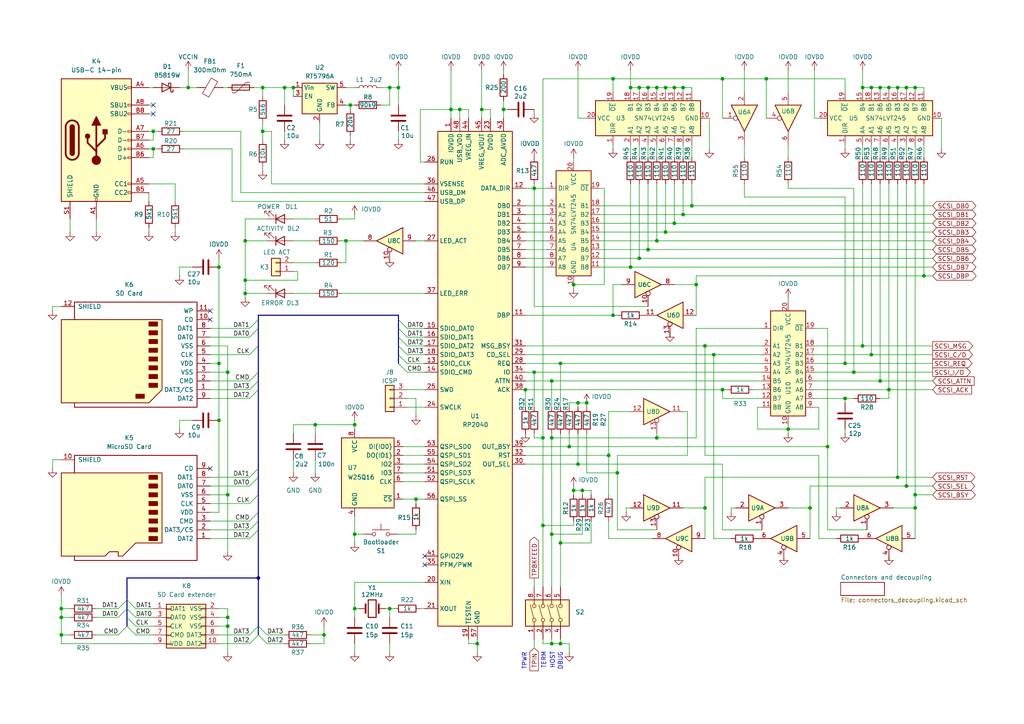
<source format=kicad_sch>
(kicad_sch (version 20231120) (generator "eeschema") (generator_version "8.0")
  (paper "A4")
  (title_block (title "SCSIknife OSHW") (date "2024-12-25") (rev "A") (company "©2024 Antoine Bercovici") (comment 1 "CERN Open Source Hardware Licence Version 2 - Strongly Reciprocal") (comment 2 "SCSIknife is a ZuluSCSI(TM) Pico OSHW derivative"))
  (junction (at 115.57 25.4))
  (junction (at 262.89 140.97))
  (junction (at 102.87 154.94))
  (junction (at 255.27 110.49))
  (junction (at 17.78 176.53))
  (junction (at 66.04 181.61))
  (junction (at 54.61 25.4))
  (junction (at 260.35 25.4))
  (junction (at 209.55 22.86))
  (junction (at 91.44 123.19))
  (junction (at 176.53 132.08))
  (junction (at 187.96 72.39))
  (junction (at 165.1 129.54))
  (junction (at 157.48 152.4))
  (junction (at 182.88 25.4))
  (junction (at 139.7 31.75))
  (junction (at 160.02 154.94))
  (junction (at 245.11 115.57))
  (junction (at 130.81 31.75))
  (junction (at 63.5 77.47))
  (junction (at 160.02 110.49))
  (junction (at 157.48 127))
  (junction (at 252.73 102.87))
  (junction (at 66.04 179.07))
  (junction (at 198.12 25.4))
  (junction (at 82.55 25.4))
  (junction (at 257.81 25.4))
  (junction (at 222.25 22.86))
  (junction (at 228.6 124.46))
  (junction (at 265.43 143.51))
  (junction (at 170.18 116.84))
  (junction (at 168.91 142.24))
  (junction (at 146.05 31.75))
  (junction (at 177.8 22.86))
  (junction (at 162.56 186.69))
  (junction (at 113.03 176.53))
  (junction (at 17.78 184.15))
  (junction (at 120.65 144.78))
  (junction (at 66.04 143.51))
  (junction (at 190.5 25.4))
  (junction (at 260.35 138.43))
  (junction (at 85.09 25.4))
  (junction (at 100.33 69.85))
  (junction (at 267.97 80.01))
  (junction (at 160.02 127))
  (junction (at 160.02 186.69))
  (junction (at 209.55 113.03))
  (junction (at 63.5 121.92))
  (junction (at 190.5 69.85))
  (junction (at 154.94 107.95))
  (junction (at 200.66 59.69))
  (junction (at 133.35 31.75))
  (junction (at 63.5 105.41))
  (junction (at 102.87 176.53))
  (junction (at 177.8 91.44))
  (junction (at 207.01 102.87))
  (junction (at 162.56 105.41))
  (junction (at 204.47 100.33))
  (junction (at 245.11 105.41))
  (junction (at 234.95 147.32))
  (junction (at 185.42 74.93))
  (junction (at 265.43 25.4))
  (junction (at 152.4 113.03))
  (junction (at 166.37 142.24))
  (junction (at 113.03 25.4))
  (junction (at 179.07 137.16))
  (junction (at 187.96 25.4))
  (junction (at 44.45 38.1))
  (junction (at 154.94 54.61))
  (junction (at 167.64 116.84))
  (junction (at 102.87 123.19))
  (junction (at 71.12 85.09))
  (junction (at 76.2 25.4))
  (junction (at 250.19 25.4))
  (junction (at 76.2 38.1))
  (junction (at 250.19 100.33))
  (junction (at 138.43 186.69))
  (junction (at 265.43 147.32))
  (junction (at 252.73 25.4))
  (junction (at 66.04 107.95))
  (junction (at 195.58 64.77))
  (junction (at 71.12 81.28))
  (junction (at 262.89 25.4))
  (junction (at 247.65 107.95))
  (junction (at 167.64 134.62))
  (junction (at 17.78 179.07))
  (junction (at 162.56 157.48))
  (junction (at 101.6 30.48))
  (junction (at 193.04 67.31))
  (junction (at 190.5 127))
  (junction (at 255.27 25.4))
  (junction (at 74.93 167.64))
  (junction (at 166.37 82.55))
  (junction (at 257.81 113.03))
  (junction (at 44.45 43.18))
  (junction (at 193.04 25.4))
  (junction (at 93.98 184.15))
  (junction (at 201.93 82.55))
  (junction (at 240.03 129.54))
  (junction (at 185.42 25.4))
  (junction (at 204.47 147.32))
  (junction (at 71.12 69.85))
  (junction (at 182.88 77.47))
  (junction (at 198.12 62.23))
  (junction (at 195.58 25.4))
  (no_connect (at 60.96 135.89))
  (no_connect (at 123.19 161.29))
  (no_connect (at 60.96 92.71))
  (no_connect (at 44.45 33.02))
  (no_connect (at 60.96 90.17))
  (no_connect (at 44.45 30.48))
  (no_connect (at 123.19 163.83))
  (bus_entry (at 74.93 113.03) (size -2.54 2.54))
  (bus_entry (at 74.93 151.13) (size -2.54 2.54))
  (bus_entry (at 74.93 148.59) (size -2.54 2.54))
  (bus_entry (at 74.93 95.25) (size -2.54 2.54))
  (bus_entry (at 36.83 181.61) (size -2.54 2.54))
  (bus_entry (at 74.93 143.51) (size -2.54 2.54))
  (bus_entry (at 115.57 95.25) (size 2.54 2.54))
  (bus_entry (at 74.93 107.95) (size -2.54 2.54))
  (bus_entry (at 74.93 184.15) (size 2.54 2.54))
  (bus_entry (at 36.83 173.99) (size -2.54 2.54))
  (bus_entry (at 36.83 176.53) (size -2.54 2.54))
  (bus_entry (at 74.93 135.89) (size -2.54 2.54))
  (bus_entry (at 36.83 179.07) (size 2.54 2.54))
  (bus_entry (at 74.93 184.15) (size -2.54 2.54))
  (bus_entry (at 36.83 181.61) (size 2.54 2.54))
  (bus_entry (at 115.57 97.79) (size 2.54 2.54))
  (bus_entry (at 74.93 100.33) (size -2.54 2.54))
  (bus_entry (at 74.93 92.71) (size -2.54 2.54))
  (bus_entry (at 115.57 100.33) (size 2.54 2.54))
  (bus_entry (at 115.57 105.41) (size 2.54 2.54))
  (bus_entry (at 36.83 176.53) (size 2.54 2.54))
  (bus_entry (at 74.93 181.61) (size 2.54 2.54))
  (bus_entry (at 74.93 110.49) (size -2.54 2.54))
  (bus_entry (at 115.57 92.71) (size 2.54 2.54))
  (bus_entry (at 115.57 102.87) (size 2.54 2.54))
  (bus_entry (at 74.93 181.61) (size -2.54 2.54))
  (bus_entry (at 74.93 153.67) (size -2.54 2.54))
  (bus_entry (at 74.93 138.43) (size -2.54 2.54))
  (bus_entry (at 36.83 173.99) (size 2.54 2.54))
  (wire (pts (xy 17.78 179.07) (xy 17.78 184.15)))
  (wire (pts (xy 154.94 167.64) (xy 154.94 170.18)))
  (wire (pts (xy 60.96 143.51) (xy 66.04 143.51)))
  (wire (pts (xy 193.04 25.4) (xy 195.58 25.4)))
  (bus (pts (xy 36.83 176.53) (xy 36.83 179.07)))
  (wire (pts (xy 240.03 129.54) (xy 240.03 153.67)))
  (wire (pts (xy 204.47 100.33) (xy 220.98 100.33)))
  (wire (pts (xy 43.18 25.4) (xy 44.45 25.4)))
  (wire (pts (xy 43.18 43.18) (xy 44.45 43.18)))
  (wire (pts (xy 160.02 154.94) (xy 168.91 154.94)))
  (wire (pts (xy 100.33 25.4) (xy 102.87 25.4)))
  (wire (pts (xy 162.56 157.48) (xy 171.45 157.48)))
  (wire (pts (xy 82.55 38.1) (xy 82.55 40.64)))
  (wire (pts (xy 118.11 100.33) (xy 123.19 100.33)))
  (wire (pts (xy 63.5 74.93) (xy 63.5 77.47)))
  (wire (pts (xy 152.4 54.61) (xy 154.94 54.61)))
  (wire (pts (xy 209.55 113.03) (xy 210.82 113.03)))
  (wire (pts (xy 116.84 137.16) (xy 123.19 137.16)))
  (wire (pts (xy 146.05 31.75) (xy 147.32 31.75)))
  (wire (pts (xy 177.8 91.44) (xy 177.8 82.55)))
  (wire (pts (xy 182.88 25.4) (xy 185.42 25.4)))
  (wire (pts (xy 50.8 66.04) (xy 50.8 67.31)))
  (wire (pts (xy 255.27 25.4) (xy 257.81 25.4)))
  (wire (pts (xy 190.5 41.91) (xy 190.5 45.72)))
  (wire (pts (xy 152.4 77.47) (xy 158.75 77.47)))
  (wire (pts (xy 175.26 54.61) (xy 175.26 82.55)))
  (wire (pts (xy 154.94 31.75) (xy 154.94 33.02)))
  (wire (pts (xy 116.84 132.08) (xy 123.19 132.08)))
  (bus (pts (xy 74.93 92.71) (xy 74.93 95.25)))
  (wire (pts (xy 265.43 143.51) (xy 265.43 147.32)))
  (wire (pts (xy 99.06 69.85) (xy 100.33 69.85)))
  (wire (pts (xy 181.61 147.32) (xy 181.61 148.59)))
  (wire (pts (xy 100.33 30.48) (xy 101.6 30.48)))
  (wire (pts (xy 60.96 97.79) (xy 72.39 97.79)))
  (wire (pts (xy 228.6 86.36) (xy 228.6 87.63)))
  (wire (pts (xy 152.4 64.77) (xy 158.75 64.77)))
  (wire (pts (xy 165.1 186.69) (xy 165.1 189.23)))
  (wire (pts (xy 185.42 25.4) (xy 185.42 26.67)))
  (wire (pts (xy 154.94 107.95) (xy 220.98 107.95)))
  (wire (pts (xy 102.87 176.53) (xy 102.87 179.07)))
  (wire (pts (xy 43.18 45.72) (xy 44.45 45.72)))
  (wire (pts (xy 60.96 102.87) (xy 72.39 102.87)))
  (wire (pts (xy 102.87 168.91) (xy 102.87 176.53)))
  (wire (pts (xy 138.43 185.42) (xy 138.43 186.69)))
  (wire (pts (xy 187.96 53.34) (xy 187.96 72.39)))
  (wire (pts (xy 171.45 157.48) (xy 171.45 151.13)))
  (bus (pts (xy 74.93 151.13) (xy 74.93 153.67)))
  (wire (pts (xy 69.85 38.1) (xy 69.85 55.88)))
  (wire (pts (xy 257.81 53.34) (xy 257.81 113.03)))
  (wire (pts (xy 120.65 144.78) (xy 123.19 144.78)))
  (wire (pts (xy 160.02 110.49) (xy 220.98 110.49)))
  (wire (pts (xy 71.12 81.28) (xy 71.12 85.09)))
  (wire (pts (xy 250.19 41.91) (xy 250.19 45.72)))
  (wire (pts (xy 222.25 22.86) (xy 245.11 22.86)))
  (wire (pts (xy 170.18 34.29) (xy 167.64 34.29)))
  (wire (pts (xy 198.12 25.4) (xy 198.12 26.67)))
  (wire (pts (xy 207.01 102.87) (xy 220.98 102.87)))
  (wire (pts (xy 200.66 41.91) (xy 200.66 45.72)))
  (wire (pts (xy 196.85 161.29) (xy 196.85 162.56)))
  (wire (pts (xy 27.94 184.15) (xy 34.29 184.15)))
  (wire (pts (xy 162.56 105.41) (xy 220.98 105.41)))
  (wire (pts (xy 236.22 113.03) (xy 257.81 113.03)))
  (wire (pts (xy 179.07 137.16) (xy 179.07 153.67)))
  (wire (pts (xy 245.11 57.15) (xy 245.11 105.41)))
  (wire (pts (xy 166.37 142.24) (xy 168.91 142.24)))
  (wire (pts (xy 182.88 77.47) (xy 270.51 77.47)))
  (wire (pts (xy 240.03 95.25) (xy 240.03 129.54)))
  (bus (pts (xy 36.83 179.07) (xy 36.83 181.61)))
  (wire (pts (xy 152.4 100.33) (xy 204.47 100.33)))
  (wire (pts (xy 245.11 115.57) (xy 247.65 115.57)))
  (wire (pts (xy 116.84 129.54) (xy 123.19 129.54)))
  (wire (pts (xy 262.89 53.34) (xy 262.89 140.97)))
  (bus (pts (xy 74.93 100.33) (xy 74.93 107.95)))
  (wire (pts (xy 198.12 25.4) (xy 200.66 25.4)))
  (wire (pts (xy 185.42 53.34) (xy 185.42 74.93)))
  (wire (pts (xy 17.78 176.53) (xy 17.78 179.07)))
  (wire (pts (xy 17.78 176.53) (xy 20.32 176.53)))
  (wire (pts (xy 173.99 77.47) (xy 182.88 77.47)))
  (wire (pts (xy 250.19 25.4) (xy 252.73 25.4)))
  (wire (pts (xy 218.44 113.03) (xy 220.98 113.03)))
  (wire (pts (xy 267.97 53.34) (xy 267.97 80.01)))
  (wire (pts (xy 255.27 53.34) (xy 255.27 110.49)))
  (wire (pts (xy 209.55 115.57) (xy 220.98 115.57)))
  (wire (pts (xy 121.92 46.99) (xy 123.19 46.99)))
  (wire (pts (xy 69.85 55.88) (xy 123.19 55.88)))
  (wire (pts (xy 204.47 147.32) (xy 204.47 156.21)))
  (wire (pts (xy 157.48 185.42) (xy 157.48 186.69)))
  (wire (pts (xy 118.11 113.03) (xy 123.19 113.03)))
  (wire (pts (xy 173.99 54.61) (xy 175.26 54.61)))
  (wire (pts (xy 228.6 124.46) (xy 228.6 125.73)))
  (wire (pts (xy 154.94 127) (xy 157.48 127)))
  (wire (pts (xy 189.23 156.21) (xy 176.53 156.21)))
  (wire (pts (xy 236.22 95.25) (xy 240.03 95.25)))
  (wire (pts (xy 228.6 147.32) (xy 234.95 147.32)))
  (wire (pts (xy 177.8 41.91) (xy 177.8 43.18)))
  (wire (pts (xy 170.18 125.73) (xy 170.18 137.16)))
  (wire (pts (xy 154.94 125.73) (xy 154.94 127)))
  (wire (pts (xy 39.37 179.07) (xy 44.45 179.07)))
  (wire (pts (xy 157.48 127) (xy 157.48 152.4)))
  (wire (pts (xy 262.89 25.4) (xy 265.43 25.4)))
  (wire (pts (xy 247.65 54.61) (xy 247.65 107.95)))
  (wire (pts (xy 110.49 30.48) (xy 113.03 30.48)))
  (wire (pts (xy 60.96 140.97) (xy 72.39 140.97)))
  (wire (pts (xy 118.11 115.57) (xy 120.65 115.57)))
  (wire (pts (xy 152.4 113.03) (xy 209.55 113.03)))
  (wire (pts (xy 157.48 22.86) (xy 157.48 127)))
  (wire (pts (xy 228.6 124.46) (xy 237.49 124.46)))
  (wire (pts (xy 173.99 72.39) (xy 187.96 72.39)))
  (wire (pts (xy 165.1 129.54) (xy 240.03 129.54)))
  (wire (pts (xy 15.24 88.9) (xy 15.24 90.17)))
  (wire (pts (xy 167.64 20.32) (xy 167.64 34.29)))
  (wire (pts (xy 15.24 133.35) (xy 15.24 135.89)))
  (wire (pts (xy 39.37 181.61) (xy 44.45 181.61)))
  (bus (pts (xy 74.93 91.44) (xy 74.93 92.71)))
  (wire (pts (xy 90.17 186.69) (xy 93.98 186.69)))
  (wire (pts (xy 167.64 116.84) (xy 165.1 116.84)))
  (wire (pts (xy 185.42 41.91) (xy 185.42 45.72)))
  (wire (pts (xy 170.18 116.84) (xy 167.64 116.84)))
  (wire (pts (xy 171.45 143.51) (xy 171.45 142.24)))
  (wire (pts (xy 113.03 186.69) (xy 113.03 189.23)))
  (wire (pts (xy 198.12 62.23) (xy 270.51 62.23)))
  (wire (pts (xy 267.97 41.91) (xy 267.97 45.72)))
  (wire (pts (xy 53.34 43.18) (xy 67.31 43.18)))
  (wire (pts (xy 250.19 53.34) (xy 250.19 100.33)))
  (wire (pts (xy 199.39 132.08) (xy 179.07 132.08)))
  (wire (pts (xy 222.25 22.86) (xy 222.25 34.29)))
  (wire (pts (xy 234.95 140.97) (xy 234.95 147.32)))
  (wire (pts (xy 173.99 59.69) (xy 200.66 59.69)))
  (wire (pts (xy 187.96 25.4) (xy 190.5 25.4)))
  (wire (pts (xy 60.96 148.59) (xy 63.5 148.59)))
  (wire (pts (xy 67.31 58.42) (xy 123.19 58.42)))
  (wire (pts (xy 152.4 59.69) (xy 158.75 59.69)))
  (wire (pts (xy 252.73 53.34) (xy 252.73 102.87)))
  (wire (pts (xy 39.37 184.15) (xy 44.45 184.15)))
  (wire (pts (xy 237.49 132.08) (xy 204.47 132.08)))
  (wire (pts (xy 17.78 184.15) (xy 20.32 184.15)))
  (wire (pts (xy 262.89 25.4) (xy 262.89 26.67)))
  (wire (pts (xy 176.53 119.38) (xy 182.88 119.38)))
  (wire (pts (xy 162.56 186.69) (xy 160.02 186.69)))
  (wire (pts (xy 177.8 22.86) (xy 177.8 26.67)))
  (bus (pts (xy 74.93 95.25) (xy 74.93 100.33)))
  (wire (pts (xy 215.9 41.91) (xy 215.9 45.72)))
  (wire (pts (xy 237.49 124.46) (xy 237.49 118.11)))
  (wire (pts (xy 190.5 127) (xy 201.93 127)))
  (wire (pts (xy 209.55 22.86) (xy 209.55 34.29)))
  (wire (pts (xy 92.71 35.56) (xy 92.71 40.64)))
  (bus (pts (xy 115.57 100.33) (xy 115.57 102.87)))
  (wire (pts (xy 66.04 107.95) (xy 66.04 143.51)))
  (wire (pts (xy 209.55 22.86) (xy 222.25 22.86)))
  (wire (pts (xy 85.09 69.85) (xy 91.44 69.85)))
  (wire (pts (xy 139.7 31.75) (xy 142.24 31.75)))
  (wire (pts (xy 201.93 80.01) (xy 201.93 82.55)))
  (wire (pts (xy 100.33 69.85) (xy 100.33 76.2)))
  (wire (pts (xy 260.35 25.4) (xy 260.35 26.67)))
  (wire (pts (xy 133.35 31.75) (xy 135.89 31.75)))
  (wire (pts (xy 60.96 113.03) (xy 72.39 113.03)))
  (wire (pts (xy 120.65 153.67) (xy 120.65 154.94)))
  (wire (pts (xy 162.56 185.42) (xy 162.56 186.69)))
  (wire (pts (xy 77.47 184.15) (xy 82.55 184.15)))
  (wire (pts (xy 187.96 25.4) (xy 187.96 26.67)))
  (wire (pts (xy 165.1 125.73) (xy 165.1 129.54)))
  (wire (pts (xy 121.92 31.75) (xy 121.92 46.99)))
  (wire (pts (xy 85.09 76.2) (xy 91.44 76.2)))
  (wire (pts (xy 182.88 147.32) (xy 181.61 147.32)))
  (wire (pts (xy 220.98 153.67) (xy 209.55 153.67)))
  (wire (pts (xy 101.6 30.48) (xy 102.87 30.48)))
  (bus (pts (xy 36.83 167.64) (xy 74.93 167.64)))
  (wire (pts (xy 130.81 31.75) (xy 133.35 31.75)))
  (wire (pts (xy 91.44 123.19) (xy 91.44 125.73)))
  (wire (pts (xy 236.22 110.49) (xy 255.27 110.49)))
  (wire (pts (xy 152.4 62.23) (xy 158.75 62.23)))
  (bus (pts (xy 74.93 138.43) (xy 74.93 143.51)))
  (wire (pts (xy 113.03 25.4) (xy 113.03 30.48)))
  (wire (pts (xy 102.87 149.86) (xy 102.87 154.94)))
  (wire (pts (xy 85.09 133.35) (xy 85.09 137.16)))
  (wire (pts (xy 166.37 45.72) (xy 166.37 46.99)))
  (wire (pts (xy 187.96 72.39) (xy 270.51 72.39)))
  (wire (pts (xy 236.22 100.33) (xy 250.19 100.33)))
  (wire (pts (xy 120.65 115.57) (xy 120.65 120.65)))
  (wire (pts (xy 200.66 59.69) (xy 270.51 59.69)))
  (bus (pts (xy 115.57 95.25) (xy 115.57 97.79)))
  (wire (pts (xy 146.05 20.32) (xy 146.05 21.59)))
  (wire (pts (xy 111.76 176.53) (xy 113.03 176.53)))
  (wire (pts (xy 78.74 38.1) (xy 76.2 38.1)))
  (wire (pts (xy 76.2 25.4) (xy 82.55 25.4)))
  (wire (pts (xy 115.57 154.94) (xy 120.65 154.94)))
  (wire (pts (xy 152.4 110.49) (xy 160.02 110.49)))
  (wire (pts (xy 209.55 153.67) (xy 209.55 134.62)))
  (wire (pts (xy 219.71 118.11) (xy 219.71 124.46)))
  (wire (pts (xy 166.37 140.97) (xy 166.37 142.24)))
  (wire (pts (xy 154.94 185.42) (xy 154.94 187.96)))
  (wire (pts (xy 237.49 156.21) (xy 237.49 132.08)))
  (wire (pts (xy 257.81 161.29) (xy 257.81 162.56)))
  (wire (pts (xy 262.89 140.97) (xy 234.95 140.97)))
  (wire (pts (xy 227.33 161.29) (xy 227.33 162.56)))
  (bus (pts (xy 115.57 92.71) (xy 115.57 95.25)))
  (wire (pts (xy 55.88 121.92) (xy 52.07 121.92)))
  (wire (pts (xy 135.89 186.69) (xy 138.43 186.69)))
  (wire (pts (xy 54.61 25.4) (xy 57.15 25.4)))
  (wire (pts (xy 193.04 41.91) (xy 193.04 45.72)))
  (wire (pts (xy 76.2 48.26) (xy 76.2 49.53)))
  (wire (pts (xy 182.88 53.34) (xy 182.88 77.47)))
  (wire (pts (xy 121.92 176.53) (xy 123.19 176.53)))
  (bus (pts (xy 74.93 135.89) (xy 74.93 138.43)))
  (wire (pts (xy 193.04 25.4) (xy 193.04 26.67)))
  (wire (pts (xy 165.1 186.69) (xy 162.56 186.69)))
  (wire (pts (xy 152.4 91.44) (xy 177.8 91.44)))
  (wire (pts (xy 63.5 176.53) (xy 66.04 176.53)))
  (wire (pts (xy 201.93 127) (xy 201.93 95.25)))
  (wire (pts (xy 60.96 151.13) (xy 72.39 151.13)))
  (wire (pts (xy 160.02 185.42) (xy 160.02 186.69)))
  (wire (pts (xy 130.81 31.75) (xy 130.81 34.29)))
  (wire (pts (xy 236.22 118.11) (xy 237.49 118.11)))
  (wire (pts (xy 71.12 86.36) (xy 71.12 85.09)))
  (wire (pts (xy 262.89 41.91) (xy 262.89 45.72)))
  (wire (pts (xy 162.56 105.41) (xy 162.56 118.11)))
  (wire (pts (xy 60.96 115.57) (xy 72.39 115.57)))
  (wire (pts (xy 166.37 142.24) (xy 166.37 143.51)))
  (wire (pts (xy 63.5 181.61) (xy 66.04 181.61)))
  (wire (pts (xy 173.99 69.85) (xy 190.5 69.85)))
  (bus (pts (xy 74.93 113.03) (xy 74.93 135.89)))
  (wire (pts (xy 60.96 100.33) (xy 66.04 100.33)))
  (wire (pts (xy 43.18 30.48) (xy 44.45 30.48)))
  (wire (pts (xy 265.43 147.32) (xy 265.43 156.21)))
  (wire (pts (xy 102.87 123.19) (xy 102.87 124.46)))
  (bus (pts (xy 74.93 110.49) (xy 74.93 113.03)))
  (wire (pts (xy 93.98 181.61) (xy 93.98 184.15)))
  (wire (pts (xy 190.5 53.34) (xy 190.5 69.85)))
  (wire (pts (xy 71.12 85.09) (xy 77.47 85.09)))
  (wire (pts (xy 201.93 95.25) (xy 220.98 95.25)))
  (wire (pts (xy 190.5 25.4) (xy 193.04 25.4)))
  (wire (pts (xy 195.58 53.34) (xy 195.58 64.77)))
  (wire (pts (xy 220.98 118.11) (xy 219.71 118.11)))
  (wire (pts (xy 133.35 31.75) (xy 133.35 34.29)))
  (wire (pts (xy 52.07 25.4) (xy 54.61 25.4)))
  (wire (pts (xy 185.42 74.93) (xy 270.51 74.93)))
  (wire (pts (xy 71.12 69.85) (xy 77.47 69.85)))
  (wire (pts (xy 160.02 127) (xy 160.02 154.94)))
  (wire (pts (xy 44.45 43.18) (xy 44.45 45.72)))
  (wire (pts (xy 176.53 151.13) (xy 176.53 156.21)))
  (wire (pts (xy 199.39 119.38) (xy 199.39 132.08)))
  (wire (pts (xy 66.04 181.61) (xy 66.04 189.23)))
  (bus (pts (xy 36.83 167.64) (xy 36.83 173.99)))
  (bus (pts (xy 74.93 107.95) (xy 74.93 110.49)))
  (wire (pts (xy 177.8 22.86) (xy 209.55 22.86)))
  (wire (pts (xy 91.44 133.35) (xy 91.44 137.16)))
  (wire (pts (xy 255.27 41.91) (xy 255.27 45.72)))
  (bus (pts (xy 115.57 97.79) (xy 115.57 100.33)))
  (wire (pts (xy 265.43 25.4) (xy 265.43 26.67)))
  (bus (pts (xy 115.57 102.87) (xy 115.57 105.41)))
  (wire (pts (xy 100.33 69.85) (xy 105.41 69.85)))
  (wire (pts (xy 71.12 69.85) (xy 71.12 81.28)))
  (wire (pts (xy 101.6 30.48) (xy 101.6 31.75)))
  (wire (pts (xy 195.58 64.77) (xy 270.51 64.77)))
  (wire (pts (xy 250.19 26.67) (xy 250.19 25.4)))
  (wire (pts (xy 120.65 69.85) (xy 123.19 69.85)))
  (wire (pts (xy 194.31 96.52) (xy 194.31 97.79)))
  (wire (pts (xy 85.09 123.19) (xy 85.09 125.73)))
  (wire (pts (xy 260.35 53.34) (xy 260.35 138.43)))
  (wire (pts (xy 260.35 41.91) (xy 260.35 45.72)))
  (wire (pts (xy 257.81 25.4) (xy 257.81 26.67)))
  (wire (pts (xy 152.4 113.03) (xy 152.4 118.11)))
  (wire (pts (xy 257.81 25.4) (xy 260.35 25.4)))
  (wire (pts (xy 43.18 66.04) (xy 43.18 67.31)))
  (wire (pts (xy 152.4 72.39) (xy 158.75 72.39)))
  (wire (pts (xy 201.93 80.01) (xy 267.97 80.01)))
  (wire (pts (xy 44.45 186.69) (xy 17.78 186.69)))
  (wire (pts (xy 118.11 102.87) (xy 123.19 102.87)))
  (wire (pts (xy 236.22 105.41) (xy 245.11 105.41)))
  (wire (pts (xy 63.5 186.69) (xy 72.39 186.69)))
  (wire (pts (xy 195.58 25.4) (xy 195.58 26.67)))
  (bus (pts (xy 115.57 91.44) (xy 74.93 91.44)))
  (wire (pts (xy 152.4 69.85) (xy 158.75 69.85)))
  (wire (pts (xy 250.19 100.33) (xy 270.51 100.33)))
  (wire (pts (xy 60.96 95.25) (xy 72.39 95.25)))
  (wire (pts (xy 152.4 74.93) (xy 158.75 74.93)))
  (wire (pts (xy 118.11 97.79) (xy 123.19 97.79)))
  (wire (pts (xy 166.37 151.13) (xy 166.37 152.4)))
  (wire (pts (xy 60.96 146.05) (xy 72.39 146.05)))
  (wire (pts (xy 247.65 107.95) (xy 270.51 107.95)))
  (wire (pts (xy 176.53 143.51) (xy 176.53 132.08)))
  (wire (pts (xy 190.5 25.4) (xy 190.5 26.67)))
  (wire (pts (xy 17.78 172.72) (xy 17.78 176.53)))
  (wire (pts (xy 236.22 20.32) (xy 236.22 34.29)))
  (wire (pts (xy 113.03 25.4) (xy 115.57 25.4)))
  (wire (pts (xy 177.8 91.44) (xy 179.07 91.44)))
  (wire (pts (xy 200.66 25.4) (xy 200.66 26.67)))
  (bus (pts (xy 115.57 91.44) (xy 115.57 92.71)))
  (bus (pts (xy 74.93 148.59) (xy 74.93 151.13)))
  (wire (pts (xy 160.02 186.69) (xy 157.48 186.69)))
  (wire (pts (xy 101.6 39.37) (xy 101.6 40.64)))
  (wire (pts (xy 152.4 129.54) (xy 165.1 129.54)))
  (wire (pts (xy 85.09 25.4) (xy 85.09 27.94)))
  (wire (pts (xy 43.18 38.1) (xy 44.45 38.1)))
  (wire (pts (xy 60.96 107.95) (xy 66.04 107.95)))
  (wire (pts (xy 270.51 138.43) (xy 260.35 138.43)))
  (wire (pts (xy 242.57 147.32) (xy 243.84 147.32)))
  (wire (pts (xy 78.74 38.1) (xy 78.74 53.34)))
  (wire (pts (xy 39.37 176.53) (xy 44.45 176.53)))
  (wire (pts (xy 63.5 105.41) (xy 63.5 121.92)))
  (wire (pts (xy 66.04 100.33) (xy 66.04 107.95)))
  (wire (pts (xy 157.48 152.4) (xy 157.48 170.18)))
  (wire (pts (xy 118.11 118.11) (xy 123.19 118.11)))
  (wire (pts (xy 157.48 22.86) (xy 177.8 22.86)))
  (wire (pts (xy 257.81 41.91) (xy 257.81 45.72)))
  (wire (pts (xy 120.65 144.78) (xy 120.65 146.05)))
  (wire (pts (xy 102.87 62.23) (xy 102.87 63.5)))
  (wire (pts (xy 207.01 102.87) (xy 207.01 156.21)))
  (bus (pts (xy 74.93 181.61) (xy 74.93 184.15)))
  (wire (pts (xy 265.43 41.91) (xy 265.43 45.72)))
  (wire (pts (xy 267.97 25.4) (xy 267.97 26.67)))
  (wire (pts (xy 115.57 20.32) (xy 115.57 25.4)))
  (wire (pts (xy 237.49 34.29) (xy 236.22 34.29)))
  (bus (pts (xy 36.83 173.99) (xy 36.83 176.53)))
  (wire (pts (xy 102.87 121.92) (xy 102.87 123.19)))
  (wire (pts (xy 64.77 25.4) (xy 66.04 25.4)))
  (wire (pts (xy 252.73 25.4) (xy 252.73 26.67)))
  (wire (pts (xy 135.89 31.75) (xy 135.89 34.29)))
  (wire (pts (xy 139.7 31.75) (xy 139.7 34.29)))
  (wire (pts (xy 228.6 54.61) (xy 228.6 53.34)))
  (wire (pts (xy 168.91 151.13) (xy 168.91 154.94)))
  (wire (pts (xy 166.37 82.55) (xy 166.37 83.82)))
  (wire (pts (xy 255.27 115.57) (xy 257.81 115.57)))
  (wire (pts (xy 152.4 67.31) (xy 158.75 67.31)))
  (wire (pts (xy 53.34 38.1) (xy 69.85 38.1)))
  (wire (pts (xy 152.4 107.95) (xy 154.94 107.95)))
  (wire (pts (xy 160.02 110.49) (xy 160.02 118.11)))
  (wire (pts (xy 170.18 118.11) (xy 170.18 116.84)))
  (wire (pts (xy 102.87 168.91) (xy 123.19 168.91)))
  (wire (pts (xy 118.11 95.25) (xy 123.19 95.25)))
  (wire (pts (xy 27.94 176.53) (xy 34.29 176.53)))
  (wire (pts (xy 236.22 115.57) (xy 245.11 115.57)))
  (wire (pts (xy 154.94 54.61) (xy 158.75 54.61)))
  (wire (pts (xy 52.07 121.92) (xy 52.07 124.46)))
  (wire (pts (xy 215.9 20.32) (xy 215.9 26.67)))
  (wire (pts (xy 255.27 110.49) (xy 270.51 110.49)))
  (wire (pts (xy 66.04 143.51) (xy 66.04 160.02)))
  (wire (pts (xy 212.09 147.32) (xy 213.36 147.32)))
  (bus (pts (xy 74.93 143.51) (xy 74.93 148.59)))
  (wire (pts (xy 219.71 124.46) (xy 228.6 124.46)))
  (wire (pts (xy 60.96 156.21) (xy 72.39 156.21)))
  (wire (pts (xy 179.07 132.08) (xy 179.07 137.16)))
  (wire (pts (xy 54.61 20.32) (xy 54.61 25.4)))
  (wire (pts (xy 44.45 38.1) (xy 44.45 40.64)))
  (wire (pts (xy 260.35 138.43) (xy 204.47 138.43)))
  (wire (pts (xy 17.78 179.07) (xy 20.32 179.07)))
  (wire (pts (xy 215.9 57.15) (xy 215.9 53.34)))
  (wire (pts (xy 139.7 20.32) (xy 139.7 31.75)))
  (bus (pts (xy 74.93 153.67) (xy 74.93 167.64)))
  (wire (pts (xy 162.56 157.48) (xy 162.56 170.18)))
  (wire (pts (xy 60.96 110.49) (xy 72.39 110.49)))
  (wire (pts (xy 78.74 53.34) (xy 123.19 53.34)))
  (wire (pts (xy 86.36 78.74) (xy 86.36 81.28)))
  (wire (pts (xy 77.47 186.69) (xy 82.55 186.69)))
  (wire (pts (xy 146.05 29.21) (xy 146.05 31.75)))
  (wire (pts (xy 152.4 134.62) (xy 167.64 134.62)))
  (wire (pts (xy 236.22 107.95) (xy 247.65 107.95)))
  (wire (pts (xy 82.55 25.4) (xy 85.09 25.4)))
  (wire (pts (xy 245.11 22.86) (xy 245.11 26.67)))
  (wire (pts (xy 43.18 33.02) (xy 44.45 33.02)))
  (wire (pts (xy 85.09 78.74) (xy 86.36 78.74)))
  (wire (pts (xy 236.22 102.87) (xy 252.73 102.87)))
  (wire (pts (xy 265.43 53.34) (xy 265.43 143.51)))
  (wire (pts (xy 118.11 107.95) (xy 123.19 107.95)))
  (wire (pts (xy 259.08 147.32) (xy 265.43 147.32)))
  (wire (pts (xy 154.94 88.9) (xy 154.94 54.61)))
  (wire (pts (xy 44.45 43.18) (xy 45.72 43.18)))
  (wire (pts (xy 212.09 148.59) (xy 212.09 147.32)))
  (wire (pts (xy 113.03 74.93) (xy 113.03 76.2)))
  (wire (pts (xy 245.11 41.91) (xy 245.11 43.18)))
  (wire (pts (xy 55.88 77.47) (xy 52.07 77.47)))
  (wire (pts (xy 195.58 82.55) (xy 201.93 82.55)))
  (wire (pts (xy 182.88 41.91) (xy 182.88 45.72)))
  (wire (pts (xy 110.49 25.4) (xy 113.03 25.4)))
  (wire (pts (xy 82.55 25.4) (xy 82.55 30.48)))
  (wire (pts (xy 257.81 113.03) (xy 270.51 113.03)))
  (wire (pts (xy 113.03 176.53) (xy 114.3 176.53)))
  (wire (pts (xy 195.58 41.91) (xy 195.58 45.72)))
  (wire (pts (xy 173.99 62.23) (xy 198.12 62.23)))
  (wire (pts (xy 167.64 134.62) (xy 209.55 134.62)))
  (wire (pts (xy 118.11 105.41) (xy 123.19 105.41)))
  (wire (pts (xy 146.05 31.75) (xy 146.05 34.29)))
  (wire (pts (xy 234.95 147.32) (xy 234.95 156.21)))
  (wire (pts (xy 167.64 116.84) (xy 167.64 118.11)))
  (wire (pts (xy 250.19 20.32) (xy 250.19 25.4)))
  (wire (pts (xy 60.96 105.41) (xy 63.5 105.41)))
  (wire (pts (xy 67.31 43.18) (xy 67.31 58.42)))
  (wire (pts (xy 193.04 67.31) (xy 270.51 67.31)))
  (wire (pts (xy 168.91 142.24) (xy 168.91 143.51)))
  (wire (pts (xy 198.12 53.34) (xy 198.12 62.23)))
  (wire (pts (xy 152.4 102.87) (xy 207.01 102.87)))
  (wire (pts (xy 228.6 123.19) (xy 228.6 124.46)))
  (wire (pts (xy 63.5 179.07) (xy 66.04 179.07)))
  (wire (pts (xy 251.46 153.67) (xy 240.03 153.67)))
  (wire (pts (xy 245.11 124.46) (xy 245.11 125.73)))
  (bus (pts (xy 74.93 167.64) (xy 74.93 181.61)))
  (wire (pts (xy 252.73 102.87) (xy 270.51 102.87)))
  (wire (pts (xy 193.04 53.34) (xy 193.04 67.31)))
  (wire (pts (xy 154.94 107.95) (xy 154.94 118.11)))
  (wire (pts (xy 160.02 125.73) (xy 160.02 127)))
  (wire (pts (xy 166.37 82.55) (xy 175.26 82.55)))
  (wire (pts (xy 209.55 115.57) (xy 209.55 113.03)))
  (wire (pts (xy 17.78 133.35) (xy 15.24 133.35)))
  (wire (pts (xy 198.12 119.38) (xy 199.39 119.38)))
  (wire (pts (xy 160.02 154.94) (xy 160.02 170.18)))
  (wire (pts (xy 115.57 38.1) (xy 115.57 40.64)))
  (wire (pts (xy 44.45 38.1) (xy 45.72 38.1)))
  (wire (pts (xy 43.18 55.88) (xy 43.18 58.42)))
  (wire (pts (xy 204.47 100.33) (xy 204.47 132.08)))
  (wire (pts (xy 63.5 121.92) (xy 63.5 148.59)))
  (wire (pts (xy 260.35 25.4) (xy 262.89 25.4)))
  (wire (pts (xy 228.6 41.91) (xy 228.6 45.72)))
  (wire (pts (xy 27.94 63.5) (xy 27.94 67.31)))
  (wire (pts (xy 43.18 53.34) (xy 50.8 53.34)))
  (wire (pts (xy 73.66 25.4) (xy 76.2 25.4)))
  (wire (pts (xy 160.02 127) (xy 190.5 127)))
  (wire (pts (xy 168.91 142.24) (xy 171.45 142.24)))
  (wire (pts (xy 66.04 176.53) (xy 66.04 179.07)))
  (wire (pts (xy 252.73 25.4) (xy 255.27 25.4)))
  (wire (pts (xy 115.57 25.4) (xy 115.57 30.48)))
  (wire (pts (xy 165.1 116.84) (xy 165.1 118.11)))
  (wire (pts (xy 179.07 153.67) (xy 190.5 153.67)))
  (wire (pts (xy 113.03 176.53) (xy 113.03 179.07)))
  (wire (pts (xy 93.98 184.15) (xy 93.98 186.69)))
  (wire (pts (xy 255.27 25.4) (xy 255.27 26.67)))
  (wire (pts (xy 265.43 25.4) (xy 267.97 25.4)))
  (wire (pts (xy 135.89 185.42) (xy 135.89 186.69)))
  (wire (pts (xy 85.09 85.09) (xy 91.44 85.09)))
  (wire (pts (xy 102.87 176.53) (xy 104.14 176.53)))
  (wire (pts (xy 215.9 57.15) (xy 245.11 57.15)))
  (wire (pts (xy 116.84 139.7) (xy 123.19 139.7)))
  (wire (pts (xy 170.18 137.16) (xy 179.07 137.16)))
  (wire (pts (xy 138.43 186.69) (xy 138.43 189.23)))
  (wire (pts (xy 77.47 63.5) (xy 71.12 63.5)))
  (wire (pts (xy 99.06 85.09) (xy 123.19 85.09)))
  (wire (pts (xy 116.84 144.78) (xy 120.65 144.78)))
  (wire (pts (xy 152.4 105.41) (xy 162.56 105.41)))
  (wire (pts (xy 242.57 156.21) (xy 237.49 156.21)))
  (wire (pts (xy 201.93 82.55) (xy 201.93 91.44)))
  (wire (pts (xy 167.64 125.73) (xy 167.64 134.62)))
  (wire (pts (xy 20.32 63.5) (xy 20.32 67.31)))
  (wire (pts (xy 27.94 179.07) (xy 34.29 179.07)))
  (wire (pts (xy 252.73 41.91) (xy 252.73 45.72)))
  (wire (pts (xy 200.66 53.34) (xy 200.66 59.69)))
  (wire (pts (xy 245.11 116.84) (xy 245.11 115.57)))
  (wire (pts (xy 228.6 20.32) (xy 228.6 26.67)))
  (wire (pts (xy 173.99 67.31) (xy 193.04 67.31)))
  (wire (pts (xy 91.44 123.19) (xy 85.09 123.19)))
  (wire (pts (xy 187.96 88.9) (xy 154.94 88.9)))
  (wire (pts (xy 176.53 132.08) (xy 176.53 119.38)))
  (wire (pts (xy 52.07 77.47) (xy 52.07 80.01)))
  (wire (pts (xy 182.88 26.67) (xy 182.88 25.4)))
  (wire (pts (xy 130.81 20.32) (xy 130.81 31.75)))
  (wire (pts (xy 242.57 148.59) (xy 242.57 147.32)))
  (wire (pts (xy 157.48 152.4) (xy 166.37 152.4)))
  (wire (pts (xy 90.17 184.15) (xy 93.98 184.15)))
  (wire (pts (xy 102.87 123.19) (xy 91.44 123.19)))
  (wire (pts (xy 63.5 184.15) (xy 72.39 184.15)))
  (wire (pts (xy 60.96 138.43) (xy 72.39 138.43)))
  (wire (pts (xy 152.4 132.08) (xy 176.53 132.08)))
  (wire (pts (xy 273.05 34.29) (xy 273.05 43.18)))
  (wire (pts (xy 102.87 154.94) (xy 105.41 154.94)))
  (wire (pts (xy 173.99 74.93) (xy 185.42 74.93)))
  (wire (pts (xy 195.58 25.4) (xy 198.12 25.4)))
  (wire (pts (xy 204.47 138.43) (xy 204.47 147.32)))
  (wire (pts (xy 245.11 105.41) (xy 270.51 105.41)))
  (wire (pts (xy 228.6 54.61) (xy 247.65 54.61)))
  (wire (pts (xy 142.24 31.75) (xy 142.24 34.29)))
  (wire (pts (xy 173.99 64.77) (xy 195.58 64.77)))
  (wire (pts (xy 17.78 184.15) (xy 17.78 186.69)))
  (wire (pts (xy 154.94 53.34) (xy 154.94 54.61)))
  (wire (pts (xy 116.84 134.62) (xy 123.19 134.62)))
  (wire (pts (xy 76.2 38.1) (xy 76.2 40.64)))
  (wire (pts (xy 257.81 113.03) (xy 257.81 115.57)))
  (wire (pts (xy 212.09 156.21) (xy 207.01 156.21)))
  (wire (pts (xy 43.18 40.64) (xy 44.45 40.64)))
  (wire (pts (xy 71.12 81.28) (xy 86.36 81.28)))
  (wire (pts (xy 17.78 88.9) (xy 15.24 88.9)))
  (wire (pts (xy 99.06 63.5) (xy 102.87 63.5)))
  (wire (pts (xy 60.96 153.67) (xy 72.39 153.67)))
  (wire (pts (xy 177.8 82.55) (xy 180.34 82.55)))
  (wire (pts (xy 187.96 41.91) (xy 187.96 45.72)))
  (wire (pts (xy 190.5 125.73) (xy 190.5 127)))
  (wire (pts (xy 198.12 41.91) (xy 198.12 45.72)))
  (wire (pts (xy 102.87 154.94) (xy 102.87 157.48)))
  (wire (pts (xy 270.51 143.51) (xy 265.43 143.51)))
  (wire (pts (xy 270.51 140.97) (xy 262.89 140.97)))
  (wire (pts (xy 267.97 80.01) (xy 270.51 80.01)))
  (wire (pts (xy 102.87 186.69) (xy 102.87 189.23)))
  (wire (pts (xy 162.56 125.73) (xy 162.56 157.48)))
  (wire (pts (xy 63.5 77.47) (xy 63.5 105.41)))
  (wire (pts (xy 198.12 147.32) (xy 204.47 147.32)))
  (wire (pts (xy 185.42 25.4) (xy 187.96 25.4)))
  (wire (pts (xy 205.74 34.29) (xy 205.74 43.18)))
  (wire (pts (xy 76.2 35.56) (xy 76.2 38.1)))
  (wire (pts (xy 182.88 20.32) (xy 182.88 25.4)))
  (wire (pts (xy 66.04 179.07) (xy 66.04 181.61)))
  (wire (pts (xy 99.06 76.2) (xy 100.33 76.2)))
  (wire (pts (xy 85.09 63.5) (xy 91.44 63.5)))
  (wire (pts (xy 50.8 53.34) (xy 50.8 58.42)))
  (wire (pts (xy 121.92 31.75) (xy 130.81 31.75)))
  (wire (pts (xy 71.12 63.5) (xy 71.12 69.85)))
  (wire (pts (xy 76.2 25.4) (xy 76.2 27.94)))
  (wire (pts (xy 190.5 69.85) (xy 270.51 69.85)))
  (rectangle (start 107.95 63.5) (end 107.95 63.5))
  (rectangle (start 105.41 72.39) (end 105.41 72.39))
  (text "HOST" (at 160.274 191.516 90) (effects (font (size 1.27 1.27))))
  (text "TERM\n" (at 157.734 191.516 90) (effects (font (size 1.27 1.27))))
  (text "TPWR\n" (at 152.146 191.77 90) (effects (font (size 1.27 1.27))))
  (text "DBUG\n" (at 162.56 191.77 90) (effects (font (size 1.27 1.27))))
  (label "DAT3" (at 77.47 184.15 0))
  (label "DAT1" (at 39.37 176.53 0))
  (label "DAT2" (at 118.11 100.33 0))
  (label "DAT0" (at 39.37 179.07 0))
  (label "CLK" (at 72.39 146.05 180))
  (label "DAT3" (at 118.11 102.87 0))
  (label "CLK" (at 72.39 102.87 180))
  (label "CLK" (at 118.11 105.41 0))
  (label "DAT1" (at 34.29 176.53 180))
  (label "CMD" (at 72.39 110.49 180))
  (label "CMD" (at 118.11 107.95 0))
  (label "DAT2" (at 72.39 115.57 180))
  (label "DAT0" (at 118.11 95.25 0))
  (label "DAT3" (at 72.39 153.67 180))
  (label "DAT0" (at 72.39 140.97 180))
  (label "DAT1" (at 118.11 97.79 0))
  (label "DAT1" (at 72.39 95.25 180))
  (label "DAT0" (at 34.29 179.07 180))
  (label "DAT3" (at 72.39 184.15 180))
  (label "DAT1" (at 72.39 138.43 180))
  (label "CMD" (at 34.29 184.15 180))
  (label "CMD" (at 72.39 151.13 180))
  (label "CMD" (at 39.37 184.15 0))
  (label "DAT2" (at 72.39 186.69 180))
  (label "CLK" (at 39.37 181.61 0))
  (label "DAT0" (at 72.39 97.79 180))
  (label "DAT3" (at 72.39 113.03 180))
  (label "DAT2" (at 77.47 186.69 0))
  (label "DAT2" (at 72.39 156.21 180))
  (global_label "SCSI_SEL" (shape bidirectional) (at 270.51 140.97 0) (property "Intersheetrefs" "${INTERSHEET_REFS}" (effects (hide yes))))
  (global_label "SCSI_DB5" (shape bidirectional) (at 270.51 72.39 0) (property "Intersheetrefs" "${INTERSHEET_REFS}" (effects (hide yes))))
  (global_label "SCSI_MSG" (shape output) (at 270.51 100.33 0) (property "Intersheetrefs" "${INTERSHEET_REFS}" (effects (hide yes))))
  (global_label "SCSI_DB6" (shape bidirectional) (at 270.51 74.93 0) (property "Intersheetrefs" "${INTERSHEET_REFS}" (effects (hide yes))))
  (global_label "SCSI_DBP" (shape bidirectional) (at 270.51 80.01 0) (property "Intersheetrefs" "${INTERSHEET_REFS}" (effects (hide yes))))
  (global_label "SCSI_DB4" (shape bidirectional) (at 270.51 69.85 0) (property "Intersheetrefs" "${INTERSHEET_REFS}" (effects (hide yes))))
  (global_label "SCSI_RST" (shape bidirectional) (at 270.51 138.43 0) (property "Intersheetrefs" "${INTERSHEET_REFS}" (effects (hide yes))))
  (global_label "SCSI_C{slash}D" (shape output) (at 270.51 102.87 0) (property "Intersheetrefs" "${INTERSHEET_REFS}" (effects (hide yes))))
  (global_label "SCSI_DB0" (shape bidirectional) (at 270.51 59.69 0) (property "Intersheetrefs" "${INTERSHEET_REFS}" (effects (hide yes))))
  (global_label "SCSI_ACK" (shape input) (at 270.51 113.03 0) (property "Intersheetrefs" "${INTERSHEET_REFS}" (effects (hide yes))))
  (global_label "SCSI_DB1" (shape bidirectional) (at 270.51 62.23 0) (property "Intersheetrefs" "${INTERSHEET_REFS}" (effects (hide yes))))
  (global_label "SCSI_ATTN" (shape input) (at 270.51 110.49 0) (property "Intersheetrefs" "${INTERSHEET_REFS}" (effects (hide yes))))
  (global_label "SCSI_DB3" (shape bidirectional) (at 270.51 67.31 0) (property "Intersheetrefs" "${INTERSHEET_REFS}" (effects (hide yes))))
  (global_label "TPIN" (shape input) (at 154.94 187.96 270) (property "Intersheetrefs" "${INTERSHEET_REFS}" (effects (hide yes))))
  (global_label "SCSI_DB7" (shape bidirectional) (at 270.51 77.47 0) (property "Intersheetrefs" "${INTERSHEET_REFS}" (effects (hide yes))))
  (global_label "SCSI_BSY" (shape bidirectional) (at 270.51 143.51 0) (property "Intersheetrefs" "${INTERSHEET_REFS}" (effects (hide yes))))
  (global_label "SCSI_I{slash}O" (shape output) (at 270.51 107.95 0) (property "Intersheetrefs" "${INTERSHEET_REFS}" (effects (hide yes))))
  (global_label "SCSI_REQ" (shape output) (at 270.51 105.41 0) (property "Intersheetrefs" "${INTERSHEET_REFS}" (effects (hide yes))))
  (global_label "SCSI_DB2" (shape bidirectional) (at 270.51 64.77 0) (property "Intersheetrefs" "${INTERSHEET_REFS}" (effects (hide yes))))
  (global_label "TPBKFEED" (shape output) (at 154.94 167.64 90) (property "Intersheetrefs" "${INTERSHEET_REFS}" (effects (hide yes))))
  (symbol (lib_id "power:GND") (at 166.37 83.82 0) (unit 1)
    (property "Reference" "#PWR027" (effects (hide yes)))
    (property "Value" "GND" (effects (hide yes)))
    (property "Description" "Power symbol creates a global label with name \"GND\" , ground" (effects (hide yes)))
  )
  (symbol (lib_id "Device:C") (at 113.03 182.88 0) (unit 1)
    (property "Reference" "C11" (at 116.078 181.6099 0) (effects (justify left)))
    (property "Value" "15p" (at 116.078 184.15 0) (effects (justify left)))
    (property "Description" "Unpolarized capacitor" (effects (hide yes)))
  )
  (symbol (lib_id "power:VCC") (at 182.88 20.32 0) (unit 1)
    (property "Reference" "#PWR043" (effects (hide yes)))
    (property "Value" "IOVDD" (at 182.88 16.51 0))
    (property "Description" "Power symbol creates a global label with name \"VCC\"" (effects (hide yes)))
  )
  (symbol (lib_id "Device:R") (at 176.53 147.32 0) (unit 1)
    (property "Reference" "R26" (at 174.244 149.352 90) (effects (justify left)))
    (property "Value" "4k7" (at 176.53 149.098 90) (effects (justify left)))
    (property "Description" "Resistor" (effects (hide yes)))
  )
  (symbol (lib_id "power:GND") (at 181.61 148.59 0) (unit 1)
    (property "Reference" "#PWR067" (effects (hide yes)))
    (property "Value" "GND" (effects (hide yes)))
    (property "Description" "Power symbol creates a global label with name \"GND\" , ground" (effects (hide yes)))
  )
  (symbol (lib_name "SN74LVC245APW_2") (lib_id "Logic_LevelTranslator:SN74LVC245APW") (at 255.27 34.29 90) (unit 1)
    (property "Reference" "U5" (at 248.92 34.29 90) (effects (justify left)))
    (property "Value" "SN74LVT245" (at 262.89 34.29 90) (effects (justify left)))
    (property "Footprint" "Package_SO:TSSOP-20_4.4x6.5mm_P0.65mm" (effects (hide yes)))
    (property "Datasheet" "https://www.ti.com/lit/ds/scas218x/scas218x.pdf" (effects (hide yes)))
    (property "Description" "8-Bit Single-Supply Bus Transceiver With 5V tolerant input voltage and 3-State Outputs 24mA, TSSOP-20" (effects (hide yes)))
  )
  (symbol (lib_id "Device:R") (at 50.8 62.23 0) (unit 1)
    (property "Reference" "R10" (at 45.466 62.23 0) (effects (justify left)))
    (property "Value" "5k1" (at 50.8 63.754 90) (effects (justify left)))
    (property "Description" "Resistor" (effects (hide yes)))
  )
  (symbol (lib_id "Device:R") (at 95.25 76.2 90) (unit 1)
    (property "Reference" "R1" (at 95.25 73.914 90))
    (property "Value" "120" (at 95.25 76.2 90))
    (property "Description" "Resistor" (effects (hide yes)))
  )
  (symbol (lib_id "Logic_LevelTranslator:SN74LVC245APW") (at 187.96 34.29 90) (unit 1)
    (property "Reference" "U3" (at 181.356 34.29 90) (effects (justify left)))
    (property "Value" "SN74LVT245" (at 195.834 34.29 90) (effects (justify left)))
    (property "Footprint" "Package_SO:TSSOP-20_4.4x6.5mm_P0.65mm" (effects (hide yes)))
    (property "Datasheet" "https://www.ti.com/lit/ds/scas218x/scas218x.pdf" (effects (hide yes)))
    (property "Description" "8-Bit Single-Supply Bus Transceiver With 5V tolerant input voltage and 3-State Outputs 24mA, TSSOP-20" (effects (hide yes)))
  )
  (symbol (lib_id "74xx:74LVC125") (at 187.96 82.55 0) (unit 3)
    (property "Reference" "U6" (at 186.944 82.55 0))
    (property "Value" "74LVT125" (effects (hide yes)))
    (property "Datasheet" "http://www.ti.com/lit/gpn/sn74LVC125" (effects (hide yes)))
    (property "Description" "Quad buffer 3-State outputs" (effects (hide yes)))
  )
  (symbol (lib_id "Device:R") (at 190.5 49.53 0) (unit 1)
    (property "Reference" "R42" (at 189.23 46.482 90) (effects (justify left)))
    (property "Value" "110" (at 190.5 51.562 90) (effects (justify left)))
    (property "Description" "Resistor" (effects (hide yes)))
  )
  (symbol (lib_id "Switch:SW_DIP_x04") (at 160.02 177.8 90) (unit 1)
    (property "Reference" "S2" (at 166.878 177.546 90) (effects (justify right)))
    (property "Value" "SW_DIP_x04" (effects (hide yes)))
    (property "Description" "4x DIP Switch, Single Pole Single Throw (SPST) switch, small symbol" (effects (hide yes)))
  )
  (symbol (lib_id "74xx:74LVC125") (at 113.03 69.85 0) (mirror y) (unit 3)
    (property "Reference" "U8" (at 114.3 69.85 0))
    (property "Value" "74LVT125" (effects (hide yes)))
    (property "Datasheet" "http://www.ti.com/lit/gpn/sn74LVC125" (effects (hide yes)))
    (property "Description" "Quad buffer 3-State outputs" (effects (hide yes)))
  )
  (symbol (lib_id "power:GND") (at 27.94 67.31 0) (unit 1)
    (property "Reference" "#PWR04" (effects (hide yes)))
    (property "Value" "GND" (effects (hide yes)))
    (property "Description" "Power symbol creates a global label with name \"GND\" , ground" (effects (hide yes)))
  )
  (symbol (lib_id "Connector_Generic:Conn_01x02") (at 80.01 78.74 180) (unit 1)
    (property "Reference" "K3" (at 76.708 77.47 0))
    (property "Value" "LED ACT" (at 80.264 73.152 0))
    (property "Description" "Generic connector, single row, 01x02, script generated (kicad-library-utils/schlib/autogen/connector/)" (effects (hide yes)))
  )
  (symbol (lib_id "power:GND") (at 66.04 189.23 0) (unit 1)
    (property "Reference" "#PWR020" (effects (hide yes)))
    (property "Value" "GND" (effects (hide yes)))
    (property "Description" "Power symbol creates a global label with name \"GND\" , ground" (effects (hide yes)))
  )
  (symbol (lib_id "Switch:SW_Push") (at 110.49 154.94 0) (unit 1)
    (property "Reference" "S1" (at 110.49 159.766 0))
    (property "Value" "Bootloader" (at 110.49 157.226 0))
    (property "Description" "Push button switch, generic, two pins" (effects (hide yes)))
  )
  (symbol (lib_id "Device:R") (at 187.96 49.53 0) (unit 1)
    (property "Reference" "R43" (at 186.69 46.482 90) (effects (justify left)))
    (property "Value" "110" (at 187.96 51.562 90) (effects (justify left)))
    (property "Description" "Resistor" (effects (hide yes)))
  )
  (symbol (lib_id "Device:R") (at 255.27 49.53 0) (unit 1)
    (property "Reference" "R48" (at 254 46.482 90) (effects (justify left)))
    (property "Value" "110" (at 255.27 51.308 90) (effects (justify left)))
    (property "Description" "Resistor" (effects (hide yes)))
  )
  (symbol (lib_id "Device:LED") (at 81.28 85.09 0) (mirror x) (unit 1)
    (property "Reference" "DL3" (at 84.8995 87.884 0))
    (property "Value" "ERROR" (at 78.994 87.884 0))
    (property "Description" "Light emitting diode" (effects (hide yes)))
  )
  (symbol (lib_id "Regulator_Switching:ADP2108AUJ-3.3") (at 92.71 27.94 0) (unit 1)
    (property "Reference" "U2" (at 92.71 19.558 0))
    (property "Value" "RT5796A" (at 92.71 22.098 0))
    (property "Footprint" "Package_TO_SOT_SMD:TSOT-23-5" (effects (hide yes)))
    (property "Datasheet" "https://www.analog.com/media/en/technical-documentation/data-sheets/ADP2108.pdf" (effects (hide yes)))
    (property "Description" "3MHz switching bucK regulator, 600mA 3.3V output voltage," (effects (hide yes)))
  )
  (symbol (lib_id "Device:C") (at 91.44 129.54 0) (unit 1)
    (property "Reference" "C7" (at 91.948 132.08 0) (effects (justify left)))
    (property "Value" "100n" (at 92.202 134.62 0) (effects (justify left)))
    (property "Description" "Unpolarized capacitor" (effects (hide yes)))
  )
  (symbol (lib_id "power:GND") (at 165.1 189.23 0) (unit 1)
    (property "Reference" "#PWR059" (effects (hide yes)))
    (property "Value" "GND" (effects (hide yes)))
    (property "Description" "Power symbol creates a global label with name \"GND\" , ground" (effects (hide yes)))
  )
  (symbol (lib_id "power:GND") (at 120.65 120.65 0) (unit 1)
    (property "Reference" "#PWR08" (effects (hide yes)))
    (property "Value" "GND" (effects (hide yes)))
    (property "Description" "Power symbol creates a global label with name \"GND\" , ground" (effects (hide yes)))
  )
  (symbol (lib_id "power:GND") (at 85.09 137.16 0) (unit 1)
    (property "Reference" "#PWR029" (effects (hide yes)))
    (property "Value" "GND" (at 85.09 142.24 0))
    (property "Description" "Power symbol creates a global label with name \"GND\" , ground" (effects (hide yes)))
  )
  (symbol (lib_id "Device:R") (at 168.91 147.32 0) (unit 1)
    (property "Reference" "R29" (at 167.894 154.178 90) (effects (justify left)))
    (property "Value" "1k" (at 168.91 148.59 90) (effects (justify left)))
    (property "Description" "Resistor" (effects (hide yes)))
  )
  (symbol (lib_id "Device:Polyfuse") (at 69.85 25.4 90) (unit 1)
    (property "Reference" "F1" (at 69.85 19.05 90))
    (property "Value" "750mA" (at 69.85 21.59 90))
    (property "Description" "Resettable fuse, polymeric positive temperature coefficient" (effects (hide yes)))
  )
  (symbol (lib_id "power:GND") (at 113.03 189.23 0) (unit 1)
    (property "Reference" "#PWR02" (effects (hide yes)))
    (property "Value" "GND" (effects (hide yes)))
    (property "Description" "Power symbol creates a global label with name \"GND\" , ground" (effects (hide yes)))
  )
  (symbol (lib_id "power:GND") (at 102.87 189.23 0) (unit 1)
    (property "Reference" "#PWR01" (effects (hide yes)))
    (property "Value" "GND" (effects (hide yes)))
    (property "Description" "Power symbol creates a global label with name \"GND\" , ground" (effects (hide yes)))
  )
  (symbol (lib_id "Device:R") (at 260.35 49.53 0) (unit 1)
    (property "Reference" "R51" (at 259.08 46.482 90) (effects (justify left)))
    (property "Value" "110" (at 260.35 51.308 90) (effects (justify left)))
    (property "Description" "Resistor" (effects (hide yes)))
  )
  (symbol (lib_id "Device:R") (at 95.25 69.85 90) (unit 1)
    (property "Reference" "R3" (at 94.996 67.564 90))
    (property "Value" "150" (at 95.25 69.85 90))
    (property "Description" "Resistor" (effects (hide yes)))
  )
  (symbol (lib_id "Logic_LevelTranslator:SN74LVC245APW") (at 166.37 64.77 0) (unit 1)
    (property "Reference" "U4" (at 166.37 72.898 90) (effects (justify left)))
    (property "Value" "SN74LVT245" (at 166.37 68.072 90) (effects (justify left)))
    (property "Footprint" "Package_SO:TSSOP-20_4.4x6.5mm_P0.65mm" (effects (hide yes)))
    (property "Datasheet" "https://www.ti.com/lit/ds/scas218x/scas218x.pdf" (effects (hide yes)))
    (property "Description" "8-Bit Single-Supply Bus Transceiver With 5V tolerant input voltage and 3-State Outputs 24mA, TSSOP-20" (effects (hide yes)))
  )
  (symbol (lib_id "power:GND") (at 52.07 80.01 0) (unit 1)
    (property "Reference" "#PWR024" (effects (hide yes)))
    (property "Value" "GND" (effects (hide yes)))
    (property "Description" "Power symbol creates a global label with name \"GND\" , ground" (effects (hide yes)))
  )
  (symbol (lib_id "power:VCC") (at 167.64 20.32 0) (unit 1)
    (property "Reference" "#PWR051" (effects (hide yes)))
    (property "Value" "IOVDD" (at 167.64 16.51 0))
    (property "Description" "Power symbol creates a global label with name \"VCC\"" (effects (hide yes)))
  )
  (symbol (lib_id "Connector:Micro_SD_Card") (at 38.1 148.59 180) (unit 1)
    (property "Reference" "K5" (at 37.465 127 0))
    (property "Value" "MicroSD Card" (at 37.465 129.54 0))
    (property "Datasheet" "https://www.we-online.com/components/products/datasheet/693072010801.pdf" (effects (hide yes)))
    (property "Description" "Micro SD Card Socket" (effects (hide yes)))
  )
  (symbol (lib_id "Device:C") (at 115.57 34.29 0) (unit 1)
    (property "Reference" "C1" (at 116.078 37.084 0) (effects (justify left)))
    (property "Value" "10u" (at 116.332 39.37 0) (effects (justify left)))
    (property "Description" "Unpolarized capacitor" (effects (hide yes)))
  )
  (symbol (lib_id "Device:FerriteBead") (at 60.96 25.4 90) (unit 1)
    (property "Reference" "FB1" (at 60.9092 17.78 90))
    (property "Value" "300mOhm" (at 60.9092 20.32 90))
    (property "Description" "Ferrite bead" (effects (hide yes)))
  )
  (symbol (lib_id "power:GND") (at 71.12 86.36 0) (unit 1)
    (property "Reference" "#PWR038" (effects (hide yes)))
    (property "Value" "GND" (effects (hide yes)))
    (property "Description" "Power symbol creates a global label with name \"GND\" , ground" (effects (hide yes)))
  )
  (symbol (lib_id "power:VCC") (at 154.94 45.72 0) (unit 1)
    (property "Reference" "#PWR046" (effects (hide yes)))
    (property "Value" "IOVDD" (at 153.67 41.656 0))
    (property "Description" "Power symbol creates a global label with name \"VCC\"" (effects (hide yes)))
  )
  (symbol (lib_id "Device:R") (at 167.64 121.92 0) (unit 1)
    (property "Reference" "R19" (at 172.72 123.698 90) (effects (justify left)))
    (property "Value" "4k7" (at 167.64 123.698 90) (effects (justify left)))
    (property "Description" "Resistor" (effects (hide yes)))
  )
  (symbol (lib_id "Device:R") (at 86.36 186.69 90) (unit 1)
    (property "Reference" "R37" (at 86.36 189.23 90))
    (property "Value" "4k7" (at 86.36 186.69 90))
    (property "Description" "Resistor" (effects (hide yes)))
  )
  (symbol (lib_id "power:VCC") (at 93.98 181.61 0) (unit 1)
    (property "Reference" "#PWR09" (effects (hide yes)))
    (property "Value" "IOVDD" (at 93.98 177.546 0))
    (property "Description" "Power symbol creates a global label with name \"VCC\"" (effects (hide yes)))
  )
  (symbol (lib_id "Device:R") (at 101.6 35.56 180) (unit 1)
    (property "Reference" "R7" (at 98.552 36.068 0))
    (property "Value" "20k" (at 101.6 35.306 90))
    (property "Description" "Resistor" (effects (hide yes)))
  )
  (symbol (lib_id "power:GND") (at 245.11 125.73 0) (unit 1)
    (property "Reference" "#PWR064" (effects (hide yes)))
    (property "Value" "GND" (effects (hide yes)))
    (property "Description" "Power symbol creates a global label with name \"GND\" , ground" (effects (hide yes)))
  )
  (symbol (lib_id "power:GND") (at 212.09 148.59 0) (unit 1)
    (property "Reference" "#PWR062" (effects (hide yes)))
    (property "Value" "GND" (effects (hide yes)))
    (property "Description" "Power symbol creates a global label with name \"GND\" , ground" (effects (hide yes)))
  )
  (symbol (lib_id "power:VCC") (at 146.05 20.32 0) (unit 1)
    (property "Reference" "#PWR015" (effects (hide yes)))
    (property "Value" "IOVDD" (at 146.05 16.51 0))
    (property "Description" "Power symbol creates a global label with name \"VCC\"" (effects (hide yes)))
  )
  (symbol (lib_id "power:GND") (at 82.55 40.64 0) (unit 1)
    (property "Reference" "#PWR033" (effects (hide yes)))
    (property "Value" "GND" (effects (hide yes)))
    (property "Description" "Power symbol creates a global label with name \"GND\" , ground" (effects (hide yes)))
  )
  (symbol (lib_id "Connector_Generic:Conn_01x03") (at 113.03 115.57 180) (unit 1)
    (property "Reference" "J8" (at 113.03 107.95 0))
    (property "Value" "ICSP" (at 113.03 110.49 0))
    (property "Description" "Generic connector, single row, 01x03, script generated (kicad-library-utils/schlib/autogen/connector/)" (effects (hide yes)))
  )
  (symbol (lib_id "Device:R") (at 182.88 49.53 0) (unit 1)
    (property "Reference" "R45" (at 181.61 46.482 90) (effects (justify left)))
    (property "Value" "110" (at 182.88 51.562 90) (effects (justify left)))
    (property "Description" "Resistor" (effects (hide yes)))
  )
  (symbol (lib_id "power:VCC") (at 228.6 86.36 0) (unit 1)
    (property "Reference" "#PWR065" (effects (hide yes)))
    (property "Value" "IOVDD" (at 228.6 82.296 0))
    (property "Description" "Power symbol creates a global label with name \"VCC\"" (effects (hide yes)))
  )
  (symbol (lib_id "power:GND") (at 242.57 148.59 0) (unit 1)
    (property "Reference" "#PWR061" (effects (hide yes)))
    (property "Value" "GND" (effects (hide yes)))
    (property "Description" "Power symbol creates a global label with name \"GND\" , ground" (effects (hide yes)))
  )
  (symbol (lib_id "Device:R") (at 118.11 176.53 270) (unit 1)
    (property "Reference" "R22" (at 118.11 173.99 90))
    (property "Value" "1k" (at 118.11 176.53 90))
    (property "Description" "Resistor" (effects (hide yes)))
  )
  (symbol (lib_id "power:GND") (at 194.31 96.52 0) (unit 1)
    (property "Reference" "#PWR042" (effects (hide yes)))
    (property "Value" "GND" (effects (hide yes)))
    (property "Description" "Power symbol creates a global label with name \"GND\" , ground" (effects (hide yes)))
  )
  (symbol (lib_id "Device:R") (at 193.04 49.53 0) (unit 1)
    (property "Reference" "R41" (at 191.77 46.482 90) (effects (justify left)))
    (property "Value" "110" (at 193.04 51.562 90) (effects (justify left)))
    (property "Description" "Resistor" (effects (hide yes)))
  )
  (symbol (lib_name "SN74LVC245APW_1") (lib_id "Logic_LevelTranslator:SN74LVC245APW") (at 228.6 105.41 0) (unit 1)
    (property "Reference" "U10" (at 228.6 114.554 90) (effects (justify left)))
    (property "Value" "SN74LVT245" (at 228.6 108.712 90) (effects (justify left)))
    (property "Footprint" "Package_SO:TSSOP-20_4.4x6.5mm_P0.65mm" (effects (hide yes)))
    (property "Datasheet" "https://www.ti.com/lit/ds/scas218x/scas218x.pdf" (effects (hide yes)))
    (property "Description" "8-Bit Single-Supply Bus Transceiver With 5V tolerant input voltage and 3-State Outputs 24mA, TSSOP-20" (effects (hide yes)))
  )
  (symbol (lib_id "power:VCC") (at 170.18 116.84 0) (unit 1)
    (property "Reference" "#PWR068" (effects (hide yes)))
    (property "Value" "IOVDD" (at 174.498 115.062 0))
    (property "Description" "Power symbol creates a global label with name \"VCC\"" (effects (hide yes)))
  )
  (symbol (lib_id "Device:R") (at 76.2 31.75 180) (unit 1)
    (property "Reference" "R5" (at 73.406 31.75 0))
    (property "Value" "5k6" (at 76.2 31.75 90))
    (property "Description" "Resistor" (effects (hide yes)))
  )
  (symbol (lib_id "Device:R") (at 24.13 176.53 90) (unit 1)
    (property "Reference" "R31" (at 24.13 174.244 90))
    (property "Value" "4k7" (at 24.13 176.53 90))
    (property "Description" "Resistor" (effects (hide yes)))
  )
  (symbol (lib_id "Device:R") (at 252.73 49.53 0) (unit 1)
    (property "Reference" "R53" (at 251.46 46.482 90) (effects (justify left)))
    (property "Value" "110" (at 252.73 51.308 90) (effects (justify left)))
    (property "Description" "Resistor" (effects (hide yes)))
  )
  (symbol (lib_id "power:GND") (at 273.05 43.18 0) (unit 1)
    (property "Reference" "#PWR050" (effects (hide yes)))
    (property "Value" "GND" (effects (hide yes)))
    (property "Description" "Power symbol creates a global label with name \"GND\" , ground" (effects (hide yes)))
  )
  (symbol (lib_id "Device:R") (at 170.18 121.92 0) (unit 1)
    (property "Reference" "R27" (at 175.006 123.698 90) (effects (justify left)))
    (property "Value" "4k7" (at 170.18 123.698 90) (effects (justify left)))
    (property "Description" "Resistor" (effects (hide yes)))
  )
  (symbol (lib_id "Device:R") (at 195.58 49.53 0) (unit 1)
    (property "Reference" "R40" (at 194.31 46.482 90) (effects (justify left)))
    (property "Value" "110" (at 195.58 51.562 90) (effects (justify left)))
    (property "Description" "Resistor" (effects (hide yes)))
  )
  (symbol (lib_id "power:GND") (at 205.74 43.18 0) (unit 1)
    (property "Reference" "#PWR049" (effects (hide yes)))
    (property "Value" "GND" (effects (hide yes)))
    (property "Description" "Power symbol creates a global label with name \"GND\" , ground" (effects (hide yes)))
  )
  (symbol (lib_id "power:GND") (at 227.33 161.29 0) (unit 1)
    (property "Reference" "#PWR055" (effects (hide yes)))
    (property "Value" "GND" (effects (hide yes)))
    (property "Description" "Power symbol creates a global label with name \"GND\" , ground" (effects (hide yes)))
  )
  (symbol (lib_id "Connector_Generic:Conn_02x05_Odd_Even") (at 55.88 181.61 0) (unit 1)
    (property "Reference" "K8" (at 54.102 169.926 0))
    (property "Value" "SD Card extender" (at 54.102 172.466 0))
    (property "Description" "Generic connector, double row, 02x05, odd/even pin numbering scheme (row 1 odd numbers, row 2 even numbers), script generated (kicad-library-utils/schlib/autogen/connector/)" (effects (hide yes)))
  )
  (symbol (lib_id "74xx:74LVC125") (at 194.31 91.44 0) (mirror y) (unit 4)
    (property "Reference" "U6" (at 195.326 91.44 0))
    (property "Value" "74LVT125" (effects (hide yes)))
    (property "Datasheet" "http://www.ti.com/lit/gpn/sn74LVC125" (effects (hide yes)))
    (property "Description" "Quad buffer 3-State outputs" (effects (hide yes)))
  )
  (symbol (lib_id "Device:C") (at 59.69 77.47 90) (unit 1)
    (property "Reference" "C27" (at 58.166 79.502 90) (effects (justify left)))
    (property "Value" "10u" (at 58.166 81.788 90) (effects (justify left)))
    (property "Description" "Unpolarized capacitor" (effects (hide yes)))
  )
  (symbol (lib_id "power:VCC") (at 63.5 74.93 0) (unit 1)
    (property "Reference" "#PWR026" (effects (hide yes)))
    (property "Value" "IOVDD" (at 63.5 70.866 0))
    (property "Description" "Power symbol creates a global label with name \"VCC\"" (effects (hide yes)))
  )
  (symbol (lib_id "power:GND") (at 15.24 90.17 0) (unit 1)
    (property "Reference" "#PWR023" (effects (hide yes)))
    (property "Value" "GND" (effects (hide yes)))
    (property "Description" "Power symbol creates a global label with name \"GND\" , ground" (effects (hide yes)))
  )
  (symbol (lib_id "power:VCC") (at 130.81 20.32 0) (unit 1)
    (property "Reference" "#PWR014" (effects (hide yes)))
    (property "Value" "IOVDD" (at 130.81 16.51 0))
    (property "Description" "Power symbol creates a global label with name \"VCC\"" (effects (hide yes)))
  )
  (symbol (lib_id "74xx:74LVC125") (at 220.98 147.32 0) (unit 1)
    (property "Reference" "U9" (at 219.71 147.32 0))
    (property "Value" "74LVT125" (effects (hide yes)))
    (property "Datasheet" "http://www.ti.com/lit/gpn/sn74LVC125" (effects (hide yes)))
    (property "Description" "Quad buffer 3-State outputs" (effects (hide yes)))
  )
  (symbol (lib_id "power:GND") (at 257.81 161.29 0) (unit 1)
    (property "Reference" "#PWR054" (effects (hide yes)))
    (property "Value" "GND" (effects (hide yes)))
    (property "Description" "Power symbol creates a global label with name \"GND\" , ground" (effects (hide yes)))
  )
  (symbol (lib_id "Device:R") (at 262.89 49.53 0) (unit 1)
    (property "Reference" "R52" (at 261.62 46.482 90) (effects (justify left)))
    (property "Value" "110" (at 262.89 51.308 90) (effects (justify left)))
    (property "Description" "Resistor" (effects (hide yes)))
  )
  (symbol (lib_id "Device:R") (at 154.94 121.92 0) (unit 1)
    (property "Reference" "R11" (at 153.924 119.126 90) (effects (justify left)))
    (property "Value" "4k7" (at 154.94 123.698 90) (effects (justify left)))
    (property "Description" "Resistor" (effects (hide yes)))
  )
  (symbol (lib_id "Device:R") (at 185.42 49.53 0) (unit 1)
    (property "Reference" "R44" (at 184.15 46.482 90) (effects (justify left)))
    (property "Value" "110" (at 185.42 51.562 90) (effects (justify left)))
    (property "Description" "Resistor" (effects (hide yes)))
  )
  (symbol (lib_id "74xx:74LVC125") (at 251.46 147.32 0) (unit 1)
    (property "Reference" "U8" (at 250.19 147.32 0))
    (property "Value" "74LVT125" (effects (hide yes)))
    (property "Datasheet" "http://www.ti.com/lit/gpn/sn74LVC125" (effects (hide yes)))
    (property "Description" "Quad buffer 3-State outputs" (effects (hide yes)))
  )
  (symbol (lib_id "power:GND") (at 113.03 74.93 0) (unit 1)
    (property "Reference" "#PWR037" (effects (hide yes)))
    (property "Value" "GND" (effects (hide yes)))
    (property "Description" "Power symbol creates a global label with name \"GND\" , ground" (effects (hide yes)))
  )
  (symbol (lib_id "power:GND") (at 50.8 67.31 0) (unit 1)
    (property "Reference" "#PWR07" (effects (hide yes)))
    (property "Value" "GND" (effects (hide yes)))
    (property "Description" "Power symbol creates a global label with name \"GND\" , ground" (effects (hide yes)))
  )
  (symbol (lib_id "power:VCC") (at 166.37 45.72 0) (unit 1)
    (property "Reference" "#PWR052" (effects (hide yes)))
    (property "Value" "IOVDD" (at 166.37 41.656 0))
    (property "Description" "Power symbol creates a global label with name \"VCC\"" (effects (hide yes)))
  )
  (symbol (lib_id "74xx:74LVC125") (at 228.6 34.29 270) (unit 2)
    (property "Reference" "U6" (at 228.6 32.258 90))
    (property "Value" "74LVT125" (effects (hide yes)))
    (property "Datasheet" "http://www.ti.com/lit/gpn/sn74LVC125" (effects (hide yes)))
    (property "Description" "Quad buffer 3-State outputs" (effects (hide yes)))
  )
  (symbol (lib_id "Device:L") (at 106.68 25.4 90) (unit 1)
    (property "Reference" "L1" (at 104.394 23.114 90))
    (property "Value" "2u2" (at 108.966 23.114 90))
    (property "Description" "Inductor" (effects (hide yes)))
  )
  (symbol (lib_id "Device:R") (at 166.37 147.32 0) (unit 1)
    (property "Reference" "R12" (at 164.084 149.352 90) (effects (justify left)))
    (property "Value" "1k" (at 166.37 148.59 90) (effects (justify left)))
    (property "Description" "Resistor" (effects (hide yes)))
  )
  (symbol (lib_id "MCU_RaspberryPi:RP2040") (at 148.59 119.38 0) (unit 1)
    (property "Reference" "U1" (at 136.398 120.65 0) (effects (justify left)))
    (property "Value" "RP2040" (at 134.112 123.19 0) (effects (justify left)))
    (property "Footprint" "Package_DFN_QFN:QFN-56-1EP_7x7mm_P0.4mm_EP3.2x3.2mm" (effects (hide yes)))
    (property "Datasheet" "https://datasheets.raspberrypi.com/rp2040/rp2040-datasheet.pdf" (effects (hide yes)))
    (property "Description" "A microcontroller by Raspberry Pi" (effects (hide yes)))
  )
  (symbol (lib_id "Device:R") (at 171.45 147.32 0) (unit 1)
    (property "Reference" "R23" (at 170.434 154.178 90) (effects (justify left)))
    (property "Value" "1k" (at 171.45 148.59 90) (effects (justify left)))
    (property "Description" "Resistor" (effects (hide yes)))
  )
  (symbol (lib_id "power:VCC") (at 215.9 20.32 0) (unit 1)
    (property "Reference" "#PWR057" (effects (hide yes)))
    (property "Value" "IOVDD" (at 215.9 16.51 0))
    (property "Description" "Power symbol creates a global label with name \"VCC\"" (effects (hide yes)))
  )
  (symbol (lib_id "Device:R") (at 95.25 63.5 90) (unit 1)
    (property "Reference" "R2" (at 95.25 61.214 90))
    (property "Value" "51" (at 95.25 63.5 90))
    (property "Description" "Resistor" (effects (hide yes)))
  )
  (symbol (lib_id "Device:R") (at 257.81 49.53 0) (unit 1)
    (property "Reference" "R49" (at 256.54 46.482 90) (effects (justify left)))
    (property "Value" "110" (at 257.81 51.308 90) (effects (justify left)))
    (property "Description" "Resistor" (effects (hide yes)))
  )
  (symbol (lib_id "power:GND") (at 76.2 49.53 0) (unit 1)
    (property "Reference" "#PWR036" (effects (hide yes)))
    (property "Value" "GND" (effects (hide yes)))
    (property "Description" "Power symbol creates a global label with name \"GND\" , ground" (effects (hide yes)))
  )
  (symbol (lib_name "Micro_SD_Card_1") (lib_id "Connector:Micro_SD_Card") (at 38.1 104.14 180) (unit 1)
    (property "Reference" "K6" (at 37.465 82.55 0))
    (property "Value" "SD Card" (at 37.465 85.09 0))
    (property "Datasheet" "https://www.we-online.com/components/products/datasheet/693072010801.pdf" (effects (hide yes)))
    (property "Description" "Micro SD Card Socket" (effects (hide yes)))
  )
  (symbol (lib_id "Device:C") (at 59.69 121.92 90) (unit 1)
    (property "Reference" "C9" (at 58.166 123.952 90) (effects (justify left)))
    (property "Value" "10u" (at 58.166 126.238 90) (effects (justify left)))
    (property "Description" "Unpolarized capacitor" (effects (hide yes)))
  )
  (symbol (lib_id "power:GND") (at 196.85 161.29 0) (unit 1)
    (property "Reference" "#PWR056" (effects (hide yes)))
    (property "Value" "GND" (effects (hide yes)))
    (property "Description" "Power symbol creates a global label with name \"GND\" , ground" (effects (hide yes)))
  )
  (symbol (lib_id "power:GND") (at 20.32 67.31 0) (unit 1)
    (property "Reference" "#PWR05" (effects (hide yes)))
    (property "Value" "GND" (effects (hide yes)))
    (property "Description" "Power symbol creates a global label with name \"GND\" , ground" (effects (hide yes)))
  )
  (symbol (lib_id "Device:R") (at 215.9 156.21 90) (unit 1)
    (property "Reference" "R18" (at 216.154 158.75 90))
    (property "Value" "1k" (at 215.9 156.21 90))
    (property "Description" "Resistor" (effects (hide yes)))
  )
  (symbol (lib_id "power:GND") (at 92.71 40.64 0) (unit 1)
    (property "Reference" "#PWR032" (effects (hide yes)))
    (property "Value" "GND" (effects (hide yes)))
    (property "Description" "Power symbol creates a global label with name \"GND\" , ground" (effects (hide yes)))
  )
  (symbol (lib_id "power:VCC") (at 250.19 20.32 0) (unit 1)
    (property "Reference" "#PWR044" (effects (hide yes)))
    (property "Value" "IOVDD" (at 250.19 16.51 0))
    (property "Description" "Power symbol creates a global label with name \"VCC\"" (effects (hide yes)))
  )
  (symbol (lib_id "Device:R") (at 250.19 49.53 0) (unit 1)
    (property "Reference" "R50" (at 248.92 46.482 90) (effects (justify left)))
    (property "Value" "110" (at 250.19 51.308 90) (effects (justify left)))
    (property "Description" "Resistor" (effects (hide yes)))
  )
  (symbol (lib_id "power:GND") (at 177.8 43.18 0) (unit 1)
    (property "Reference" "#PWR048" (effects (hide yes)))
    (property "Value" "GND" (effects (hide yes)))
    (property "Description" "Power symbol creates a global label with name \"GND\" , ground" (effects (hide yes)))
  )
  (symbol (lib_id "Connector:USB_C_Receptacle_USB2.0_16P") (at 27.94 40.64 0) (unit 1)
    (property "Reference" "K4" (at 27.94 17.78 0))
    (property "Value" "USB-C 14-pin" (at 27.94 20.32 0))
    (property "Datasheet" "https://www.usb.org/sites/default/files/documents/usb_type-c.zip" (effects (hide yes)))
    (property "Description" "USB 2.0-only 16P Type-C Receptacle connector" (effects (hide yes)))
  )
  (symbol (lib_id "Device:R") (at 49.53 38.1 90) (unit 1)
    (property "Reference" "R21" (at 49.53 35.814 90))
    (property "Value" "27" (at 49.53 38.1 90))
    (property "Description" "Resistor" (effects (hide yes)))
  )
  (symbol (lib_id "Device:C") (at 151.13 31.75 90) (unit 1)
    (property "Reference" "C16" (at 152.908 25.654 90) (effects (justify left)))
    (property "Value" "2u2" (at 152.908 27.94 90) (effects (justify left)))
    (property "Description" "Unpolarized capacitor" (effects (hide yes)))
  )
  (symbol (lib_id "Device:R") (at 106.68 30.48 90) (unit 1)
    (property "Reference" "R8" (at 106.68 28.194 90))
    (property "Value" "90k9" (at 106.68 30.48 90))
    (property "Description" "Resistor" (effects (hide yes)))
  )
  (symbol (lib_id "Device:R") (at 228.6 49.53 0) (unit 1)
    (property "Reference" "R54" (at 226.06 51.562 90) (effects (justify left)))
    (property "Value" "110" (at 228.6 51.308 90) (effects (justify left)))
    (property "Description" "Resistor" (effects (hide yes)))
  )
  (symbol (lib_id "Device:R") (at 246.38 156.21 90) (unit 1)
    (property "Reference" "R16" (at 246.38 158.75 90))
    (property "Value" "1k" (at 246.38 156.21 90))
    (property "Description" "Resistor" (effects (hide yes)))
  )
  (symbol (lib_id "power:GND") (at 138.43 189.23 0) (unit 1)
    (property "Reference" "#PWR03" (effects (hide yes)))
    (property "Value" "GND" (effects (hide yes)))
    (property "Description" "Power symbol creates a global label with name \"GND\" , ground" (effects (hide yes)))
  )
  (symbol (lib_id "power:GND") (at 152.4 125.73 0) (unit 1)
    (property "Reference" "#PWR066" (effects (hide yes)))
    (property "Value" "GND" (effects (hide yes)))
    (property "Description" "Power symbol creates a global label with name \"GND\" , ground" (effects (hide yes)))
  )
  (symbol (lib_id "Device:R") (at 182.88 91.44 90) (unit 1)
    (property "Reference" "R14" (at 182.88 93.98 90))
    (property "Value" "1k" (at 182.88 91.44 90))
    (property "Description" "Resistor" (effects (hide yes)))
  )
  (symbol (lib_id "Device:R") (at 198.12 49.53 0) (unit 1)
    (property "Reference" "R39" (at 196.85 46.482 90) (effects (justify left)))
    (property "Value" "110" (at 198.12 51.562 90) (effects (justify left)))
    (property "Description" "Resistor" (effects (hide yes)))
  )
  (symbol (lib_id "74xx:74LVC125") (at 257.81 156.21 0) (mirror y) (unit 2)
    (property "Reference" "U8" (at 258.826 156.21 0))
    (property "Value" "74LVT125" (effects (hide yes)))
    (property "Datasheet" "http://www.ti.com/lit/gpn/sn74LVC125" (effects (hide yes)))
    (property "Description" "Quad buffer 3-State outputs" (effects (hide yes)))
  )
  (symbol (lib_id "power:GND") (at 101.6 40.64 0) (unit 1)
    (property "Reference" "#PWR030" (effects (hide yes)))
    (property "Value" "GND" (effects (hide yes)))
    (property "Description" "Power symbol creates a global label with name \"GND\" , ground" (effects (hide yes)))
  )
  (symbol (lib_id "Device:R") (at 43.18 62.23 0) (unit 1)
    (property "Reference" "R9" (at 38.862 62.23 0) (effects (justify left)))
    (property "Value" "5k1" (at 43.18 63.754 90) (effects (justify left)))
    (property "Description" "Resistor" (effects (hide yes)))
  )
  (symbol (lib_id "power:VCC") (at 102.87 62.23 0) (unit 1)
    (property "Reference" "#PWR039" (effects (hide yes)))
    (property "Value" "IOVDD" (at 107.696 60.706 0))
    (property "Description" "Power symbol creates a global label with name \"VCC\"" (effects (hide yes)))
  )
  (symbol (lib_id "Device:R") (at 162.56 121.92 0) (unit 1)
    (property "Reference" "R24" (at 161.544 119.126 90) (effects (justify left)))
    (property "Value" "4k7" (at 162.56 123.698 90) (effects (justify left)))
    (property "Description" "Resistor" (effects (hide yes)))
  )
  (symbol (lib_id "power:GND") (at 43.18 67.31 0) (unit 1)
    (property "Reference" "#PWR06" (effects (hide yes)))
    (property "Value" "GND" (effects (hide yes)))
    (property "Description" "Power symbol creates a global label with name \"GND\" , ground" (effects (hide yes)))
  )
  (symbol (lib_id "74xx:74LVC125") (at 196.85 156.21 0) (mirror y) (unit 3)
    (property "Reference" "U9" (at 197.866 156.21 0))
    (property "Value" "74LVT125" (effects (hide yes)))
    (property "Datasheet" "http://www.ti.com/lit/gpn/sn74LVC125" (effects (hide yes)))
    (property "Description" "Quad buffer 3-State outputs" (effects (hide yes)))
  )
  (symbol (lib_id "Device:R") (at 86.36 184.15 90) (unit 1)
    (property "Reference" "R36" (at 86.36 181.864 90))
    (property "Value" "4k7" (at 86.36 184.15 90))
    (property "Description" "Resistor" (effects (hide yes)))
  )
  (symbol (lib_id "Device:R") (at 160.02 121.92 0) (unit 1)
    (property "Reference" "R30" (at 159.004 119.126 90) (effects (justify left)))
    (property "Value" "4k7" (at 160.02 123.698 90) (effects (justify left)))
    (property "Description" "Resistor" (effects (hide yes)))
  )
  (symbol (lib_id "Diode:1N5819") (at 48.26 25.4 180) (unit 1)
    (property "Reference" "D1" (at 48.514 19.304 0))
    (property "Value" "B5819W" (at 48.514 21.844 0))
    (property "Footprint" "Diode_THT:D_DO-41_SOD81_P10.16mm_Horizontal" (effects (hide yes)))
    (property "Datasheet" "http://www.vishay.com/docs/88525/1n5817.pdf" (effects (hide yes)))
    (property "Description" "40V 1A Schottky Barrier Rectifier Diode, DO-41" (effects (hide yes)))
  )
  (symbol (lib_id "74xx:74LVC125") (at 190.5 119.38 0) (unit 4)
    (property "Reference" "U8" (at 189.484 119.38 0))
    (property "Value" "74LVT125" (effects (hide yes)))
    (property "Datasheet" "http://www.ti.com/lit/gpn/sn74LVC125" (effects (hide yes)))
    (property "Description" "Quad buffer 3-State outputs" (effects (hide yes)))
  )
  (symbol (lib_id "power:GND") (at 15.24 135.89 0) (unit 1)
    (property "Reference" "#PWR022" (effects (hide yes)))
    (property "Value" "GND" (effects (hide yes)))
    (property "Description" "Power symbol creates a global label with name \"GND\" , ground" (effects (hide yes)))
  )
  (symbol (lib_id "Device:R") (at 152.4 121.92 0) (unit 1)
    (property "Reference" "R32" (at 151.384 119.126 90) (effects (justify left)))
    (property "Value" "1k" (at 152.4 123.19 90) (effects (justify left)))
    (property "Description" "Resistor" (effects (hide yes)))
  )
  (symbol (lib_id "Device:R") (at 215.9 49.53 0) (unit 1)
    (property "Reference" "R55" (at 213.36 51.562 90) (effects (justify left)))
    (property "Value" "110" (at 215.9 51.308 90) (effects (justify left)))
    (property "Description" "Resistor" (effects (hide yes)))
  )
  (symbol (lib_id "Device:R") (at 146.05 25.4 0) (unit 1)
    (property "Reference" "R25" (at 140.716 25.4 0) (effects (justify left)))
    (property "Value" "200" (at 146.05 27.178 90) (effects (justify left)))
    (property "Description" "Resistor" (effects (hide yes)))
  )
  (symbol (lib_id "Device:R") (at 154.94 49.53 0) (unit 1)
    (property "Reference" "R13" (at 149.606 49.53 0) (effects (justify left)))
    (property "Value" "4k7" (at 154.94 51.308 90) (effects (justify left)))
    (property "Description" "Resistor" (effects (hide yes)))
  )
  (symbol (lib_id "Device:R") (at 24.13 184.15 90) (unit 1)
    (property "Reference" "R35" (at 24.13 187.96 90))
    (property "Value" "4k7" (at 24.13 184.15 90))
    (property "Description" "Resistor" (effects (hide yes)))
  )
  (symbol (lib_id "power:GND") (at 245.11 43.18 0) (unit 1)
    (property "Reference" "#PWR047" (effects (hide yes)))
    (property "Value" "GND" (effects (hide yes)))
    (property "Description" "Power symbol creates a global label with name \"GND\" , ground" (effects (hide yes)))
  )
  (symbol (lib_id "power:VCC") (at 228.6 20.32 0) (unit 1)
    (property "Reference" "#PWR058" (effects (hide yes)))
    (property "Value" "IOVDD" (at 228.6 16.51 0))
    (property "Description" "Power symbol creates a global label with name \"VCC\"" (effects (hide yes)))
  )
  (symbol (lib_id "74xx:74LVC125") (at 190.5 147.32 0) (unit 4)
    (property "Reference" "U9" (at 189.484 147.32 0))
    (property "Value" "74LVT125" (effects (hide yes)))
    (property "Datasheet" "http://www.ti.com/lit/gpn/sn74LVC125" (effects (hide yes)))
    (property "Description" "Quad buffer 3-State outputs" (effects (hide yes)))
  )
  (symbol (lib_id "Device:R") (at 49.53 43.18 90) (unit 1)
    (property "Reference" "R20" (at 49.53 40.894 90))
    (property "Value" "27" (at 49.53 43.18 90))
    (property "Description" "Resistor" (effects (hide yes)))
  )
  (symbol (lib_id "power:GND") (at 115.57 40.64 0) (unit 1)
    (property "Reference" "#PWR031" (effects (hide yes)))
    (property "Value" "GND" (effects (hide yes)))
    (property "Description" "Power symbol creates a global label with name \"GND\" , ground" (effects (hide yes)))
  )
  (symbol (lib_id "Device:LED") (at 81.28 69.85 0) (mirror x) (unit 1)
    (property "Reference" "DL2" (at 85.09 66.294 0))
    (property "Value" "ACTIVITY" (at 78.4225 66.294 0))
    (property "Description" "Light emitting diode" (effects (hide yes)))
  )
  (symbol (lib_id "Device:C") (at 85.09 129.54 0) (unit 1)
    (property "Reference" "C8" (at 85.344 132.334 0) (effects (justify left)))
    (property "Value" "2u2" (at 85.598 134.62 0) (effects (justify left)))
    (property "Description" "Unpolarized capacitor" (effects (hide yes)))
  )
  (symbol (lib_id "Device:R") (at 76.2 44.45 180) (unit 1)
    (property "Reference" "R6" (at 73.406 44.704 0))
    (property "Value" "10k" (at 76.2 44.45 90))
    (property "Description" "Resistor" (effects (hide yes)))
  )
  (symbol (lib_id "Device:R") (at 265.43 49.53 0) (unit 1)
    (property "Reference" "R47" (at 264.16 46.482 90) (effects (justify left)))
    (property "Value" "110" (at 265.43 51.308 90) (effects (justify left)))
    (property "Description" "Resistor" (effects (hide yes)))
  )
  (symbol (lib_id "power:VCC") (at 166.37 140.97 0) (unit 1)
    (property "Reference" "#PWR063" (effects (hide yes)))
    (property "Value" "IOVDD" (at 170.688 139.192 0))
    (property "Description" "Power symbol creates a global label with name \"VCC\"" (effects (hide yes)))
  )
  (symbol (lib_id "Memory_Flash:W25Q16JVSS") (at 106.68 137.16 0) (unit 1)
    (property "Reference" "U7" (at 100.838 135.636 0) (effects (justify left)))
    (property "Value" "W25Q16" (at 100.838 138.43 0) (effects (justify left)))
    (property "Footprint" "Package_SO:SOIC-8_5.23x5.23mm_P1.27mm" (effects (hide yes)))
    (property "Datasheet" "https://www.winbond.com/hq/support/documentation/levelOne.jsp?__locale=en&DocNo=DA00-W25Q16JV.1" (effects (hide yes)))
    (property "Description" "16Mb Serial Flash Memory, Standard/Dual/Quad SPI, SOIC-8" (effects (hide yes)))
  )
  (symbol (lib_id "Device:R") (at 251.46 115.57 90) (unit 1)
    (property "Reference" "R28" (at 251.46 118.11 90))
    (property "Value" "110" (at 251.46 115.57 90))
    (property "Description" "Resistor" (effects (hide yes)))
  )
  (symbol (lib_id "74xx:74LVC125") (at 227.33 156.21 0) (mirror y) (unit 2)
    (property "Reference" "U9" (at 228.346 156.21 0))
    (property "Value" "74LVT125" (effects (hide yes)))
    (property "Datasheet" "http://www.ti.com/lit/gpn/sn74LVC125" (effects (hide yes)))
    (property "Description" "Quad buffer 3-State outputs" (effects (hide yes)))
  )
  (symbol (lib_id "Device:R") (at 214.63 113.03 90) (unit 1)
    (property "Reference" "R33" (at 216.662 117.094 90) (effects (justify left)))
    (property "Value" "1k" (at 215.9 113.03 90) (effects (justify left)))
    (property "Description" "Resistor" (effects (hide yes)))
  )
  (symbol (lib_id "Device:R") (at 24.13 179.07 90) (unit 1)
    (property "Reference" "R34" (at 24.13 181.356 90))
    (property "Value" "4k7" (at 24.13 179.07 90))
    (property "Description" "Resistor" (effects (hide yes)))
  )
  (symbol (lib_id "Device:Crystal") (at 107.95 176.53 0) (unit 1)
    (property "Reference" "Y1" (at 107.95 170.434 0))
    (property "Value" "12MHz" (at 107.95 172.466 0))
    (property "Description" "Two pin crystal" (effects (hide yes)))
  )
  (symbol (lib_id "Device:C") (at 102.87 182.88 0) (unit 1)
    (property "Reference" "C10" (at 105.918 181.61 0) (effects (justify left)))
    (property "Value" "15p" (at 105.918 184.15 0) (effects (justify left)))
    (property "Description" "Unpolarized capacitor" (effects (hide yes)))
  )
  (symbol (lib_id "power:GND") (at 102.87 157.48 0) (unit 1)
    (property "Reference" "#PWR010" (effects (hide yes)))
    (property "Value" "GND" (effects (hide yes)))
    (property "Description" "Power symbol creates a global label with name \"GND\" , ground" (effects (hide yes)))
  )
  (symbol (lib_id "Device:C") (at 82.55 34.29 0) (unit 1)
    (property "Reference" "C2" (at 83.058 37.084 0) (effects (justify left)))
    (property "Value" "10u" (at 83.058 39.37 0) (effects (justify left)))
    (property "Description" "Unpolarized capacitor" (effects (hide yes)))
  )
  (symbol (lib_id "Device:R") (at 120.65 149.86 0) (unit 1)
    (property "Reference" "R15" (at 115.316 150.114 0) (effects (justify left)))
    (property "Value" "1k" (at 120.65 151.13 90) (effects (justify left)))
    (property "Description" "Resistor" (effects (hide yes)))
  )
  (symbol (lib_id "power:VCC") (at 54.61 20.32 0) (unit 1)
    (property "Reference" "#PWR035" (effects (hide yes)))
    (property "Value" "VCCIN" (at 54.61 16.51 0))
    (property "Description" "Power symbol creates a global label with name \"VCC\"" (effects (hide yes)))
  )
  (symbol (lib_id "power:GND") (at 228.6 125.73 0) (unit 1)
    (property "Reference" "#PWR060" (effects (hide yes)))
    (property "Value" "GND" (effects (hide yes)))
    (property "Description" "Power symbol creates a global label with name \"GND\" , ground" (effects (hide yes)))
  )
  (symbol (lib_id "Device:R") (at 165.1 121.92 0) (unit 1)
    (property "Reference" "R17" (at 164.084 119.126 90) (effects (justify left)))
    (property "Value" "4k7" (at 165.1 123.698 90) (effects (justify left)))
    (property "Description" "Resistor" (effects (hide yes)))
  )
  (symbol (lib_id "74xx:74LVC125") (at 215.9 34.29 270) (unit 1)
    (property "Reference" "U6" (at 215.9 32.512 90))
    (property "Value" "74LVT125" (effects (hide yes)))
    (property "Datasheet" "http://www.ti.com/lit/gpn/sn74LVC125" (effects (hide yes)))
    (property "Description" "Quad buffer 3-State outputs" (effects (hide yes)))
  )
  (symbol (lib_id "power:GND") (at 154.94 33.02 0) (unit 1)
    (property "Reference" "#PWR053" (effects (hide yes)))
    (property "Value" "GND" (effects (hide yes)))
    (property "Description" "Power symbol creates a global label with name \"GND\" , ground" (effects (hide yes)))
  )
  (symbol (lib_id "Device:R") (at 95.25 85.09 90) (unit 1)
    (property "Reference" "R4" (at 95.25 82.804 90))
    (property "Value" "150" (at 95.25 85.09 90))
    (property "Description" "Resistor" (effects (hide yes)))
  )
  (symbol (lib_id "power:GND") (at 66.04 160.02 0) (unit 1)
    (property "Reference" "#PWR025" (effects (hide yes)))
    (property "Value" "GND" (effects (hide yes)))
    (property "Description" "Power symbol creates a global label with name \"GND\" , ground" (effects (hide yes)))
  )
  (symbol (lib_id "Device:LED") (at 81.28 63.5 0) (mirror x) (unit 1)
    (property "Reference" "DL1" (at 84.582 59.944 0))
    (property "Value" "POWER" (at 77.9145 59.944 0))
    (property "Description" "Light emitting diode" (effects (hide yes)))
  )
  (symbol (lib_id "power:VCC") (at 115.57 20.32 0) (unit 1)
    (property "Reference" "#PWR034" (effects (hide yes)))
    (property "Value" "IOVDD" (at 115.57 16.51 0))
    (property "Description" "Power symbol creates a global label with name \"VCC\"" (effects (hide yes)))
  )
  (symbol (lib_id "Device:C") (at 245.11 120.65 0) (unit 1)
    (property "Reference" "C25" (at 245.872 123.444 0) (effects (justify left)))
    (property "Value" "12p" (at 246.126 125.73 0) (effects (justify left)))
    (property "Description" "Unpolarized capacitor" (effects (hide yes)))
  )
  (symbol (lib_id "power:VCC") (at 102.87 121.92 0) (unit 1)
    (property "Reference" "#PWR013" (effects (hide yes)))
    (property "Value" "IOVDD" (at 102.87 118.11 0))
    (property "Description" "Power symbol creates a global label with name \"VCC\"" (effects (hide yes)))
  )
  (symbol (lib_id "power:VCC") (at 17.78 172.72 0) (unit 1)
    (property "Reference" "#PWR021" (effects (hide yes)))
    (property "Value" "IOVDD" (at 17.78 168.656 0))
    (property "Description" "Power symbol creates a global label with name \"VCC\"" (effects (hide yes)))
  )
  (symbol (lib_id "power:GND") (at 52.07 124.46 0) (unit 1)
    (property "Reference" "#PWR028" (effects (hide yes)))
    (property "Value" "GND" (effects (hide yes)))
    (property "Description" "Power symbol creates a global label with name \"GND\" , ground" (effects (hide yes)))
  )
  (symbol (lib_id "Device:R") (at 267.97 49.53 0) (unit 1)
    (property "Reference" "R46" (at 266.7 46.482 90) (effects (justify left)))
    (property "Value" "110" (at 267.97 51.308 90) (effects (justify left)))
    (property "Description" "Resistor" (effects (hide yes)))
  )
  (symbol (lib_id "power:GND") (at 91.44 137.16 0) (unit 1)
    (property "Reference" "#PWR011" (effects (hide yes)))
    (property "Value" "GND" (at 91.44 142.24 0))
    (property "Description" "Power symbol creates a global label with name \"GND\" , ground" (effects (hide yes)))
  )
  (symbol (lib_id "power:VCC") (at 236.22 20.32 0) (unit 1)
    (property "Reference" "#PWR045" (effects (hide yes)))
    (property "Value" "IOVDD" (at 236.22 16.51 0))
    (property "Description" "Power symbol creates a global label with name \"VCC\"" (effects (hide yes)))
  )
  (symbol (lib_id "power:VCC") (at 139.7 20.32 0) (unit 1)
    (property "Reference" "#PWR012" (effects (hide yes)))
    (property "Value" "DVDD" (at 139.7 16.51 0))
    (property "Description" "Power symbol creates a global label with name \"VCC\"" (effects (hide yes)))
  )
  (symbol (lib_id "Device:R") (at 200.66 49.53 0) (unit 1)
    (property "Reference" "R38" (at 199.39 46.482 90) (effects (justify left)))
    (property "Value" "110" (at 200.66 51.562 90) (effects (justify left)))
    (property "Description" "Resistor" (effects (hide yes)))
  )
  (sheet (at 243.84 168.91) (size 12.7 3.81) (stroke (width 0.1524))
    (property "Sheetname" "Connectors and decoupling" (at 243.84 168.1984 0) (effects (justify left bottom)))
    (property "Sheetfile" "connectors_decoupling.kicad_sch" (at 243.84 173.3046 0) (effects (justify left top)))
  )
)
</source>
